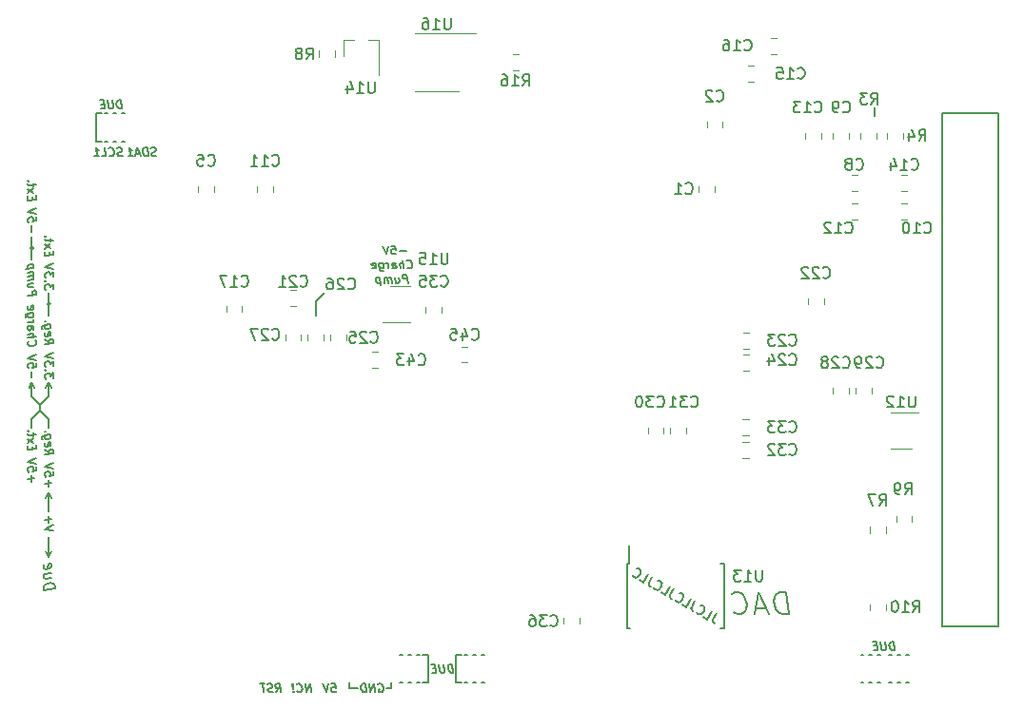
<source format=gbr>
G04 #@! TF.GenerationSoftware,KiCad,Pcbnew,(5.1.2)-1*
G04 #@! TF.CreationDate,2019-07-25T16:12:40-07:00*
G04 #@! TF.ProjectId,FIFO_P,4649464f-5f50-42e6-9b69-6361645f7063,rev?*
G04 #@! TF.SameCoordinates,Original*
G04 #@! TF.FileFunction,Legend,Bot*
G04 #@! TF.FilePolarity,Positive*
%FSLAX46Y46*%
G04 Gerber Fmt 4.6, Leading zero omitted, Abs format (unit mm)*
G04 Created by KiCad (PCBNEW (5.1.2)-1) date 2019-07-25 16:12:40*
%MOMM*%
%LPD*%
G04 APERTURE LIST*
%ADD10C,0.150000*%
%ADD11C,0.250000*%
%ADD12C,0.120000*%
G04 APERTURE END LIST*
D10*
X132382918Y-124059981D02*
X132079347Y-124585782D01*
X132053686Y-124711180D01*
X132083317Y-124821763D01*
X132168239Y-124917531D01*
X132238346Y-124958007D01*
X131256850Y-124391340D02*
X131607384Y-124593721D01*
X132032384Y-123857600D01*
X130631312Y-123936710D02*
X130646127Y-123992001D01*
X130731049Y-124087769D01*
X130801156Y-124128245D01*
X130926554Y-124153906D01*
X131037137Y-124124275D01*
X131112667Y-124074407D01*
X131228673Y-123954431D01*
X131289387Y-123849271D01*
X131335286Y-123688819D01*
X131340709Y-123598474D01*
X131311078Y-123487891D01*
X131226156Y-123392123D01*
X131156049Y-123351647D01*
X131030651Y-123325986D01*
X130975359Y-123340802D01*
X130490034Y-122967123D02*
X130186463Y-123492925D01*
X130160802Y-123618323D01*
X130190433Y-123728906D01*
X130275355Y-123824674D01*
X130345461Y-123865150D01*
X129363966Y-123298483D02*
X129714500Y-123500864D01*
X130139500Y-122764742D01*
X128738427Y-122843852D02*
X128753243Y-122899144D01*
X128838165Y-122994912D01*
X128908272Y-123035388D01*
X129033670Y-123061049D01*
X129144253Y-123031418D01*
X129219783Y-122981549D01*
X129335788Y-122861574D01*
X129396503Y-122756414D01*
X129442402Y-122595962D01*
X129447824Y-122505617D01*
X129418194Y-122395034D01*
X129333272Y-122299266D01*
X129263165Y-122258790D01*
X129137767Y-122233129D01*
X129082475Y-122247944D01*
X128597150Y-121874266D02*
X128293579Y-122400067D01*
X128267918Y-122525466D01*
X128297548Y-122636049D01*
X128382471Y-122731816D01*
X128452577Y-122772293D01*
X127471082Y-122205626D02*
X127821616Y-122408007D01*
X128246616Y-121671885D01*
X126845543Y-121750995D02*
X126860359Y-121806287D01*
X126945281Y-121902055D01*
X127015388Y-121942531D01*
X127140786Y-121968192D01*
X127251369Y-121938561D01*
X127326899Y-121888692D01*
X127442904Y-121768717D01*
X127503619Y-121663556D01*
X127549518Y-121503105D01*
X127554940Y-121412760D01*
X127525310Y-121302177D01*
X127440388Y-121206409D01*
X127370281Y-121165933D01*
X127244882Y-121140272D01*
X127189591Y-121155087D01*
X126704266Y-120781409D02*
X126400695Y-121307210D01*
X126375034Y-121432609D01*
X126404664Y-121543192D01*
X126489586Y-121638959D01*
X126559693Y-121679435D01*
X125578198Y-121112769D02*
X125928732Y-121315150D01*
X126353732Y-120579028D01*
X124952659Y-120658138D02*
X124967475Y-120713430D01*
X125052397Y-120809197D01*
X125122503Y-120849674D01*
X125247902Y-120875334D01*
X125358485Y-120845704D01*
X125434014Y-120795835D01*
X125550020Y-120675860D01*
X125610735Y-120570699D01*
X125656633Y-120410248D01*
X125662056Y-120319903D01*
X125632426Y-120209320D01*
X125547503Y-120113552D01*
X125477397Y-120073076D01*
X125351998Y-120047415D01*
X125296707Y-120062230D01*
X152500000Y-125250000D02*
X152500000Y-79500000D01*
X157500000Y-125250000D02*
X152500000Y-125250000D01*
X157500000Y-79500000D02*
X157500000Y-125250000D01*
X152500000Y-79500000D02*
X157500000Y-79500000D01*
X146500000Y-79000000D02*
X146500000Y-79750000D01*
X96750000Y-96250000D02*
X97500000Y-95500000D01*
X96750000Y-97500000D02*
X96750000Y-96250000D01*
X109006607Y-129339285D02*
X108912857Y-128589285D01*
X108734285Y-128589285D01*
X108631607Y-128625000D01*
X108569107Y-128696428D01*
X108542321Y-128767857D01*
X108524464Y-128910714D01*
X108537857Y-129017857D01*
X108591428Y-129160714D01*
X108636071Y-129232142D01*
X108716428Y-129303571D01*
X108828035Y-129339285D01*
X109006607Y-129339285D01*
X108162857Y-128589285D02*
X108238750Y-129196428D01*
X108211964Y-129267857D01*
X108180714Y-129303571D01*
X108113750Y-129339285D01*
X107970892Y-129339285D01*
X107895000Y-129303571D01*
X107854821Y-129267857D01*
X107810178Y-129196428D01*
X107734285Y-128589285D01*
X107421785Y-128946428D02*
X107171785Y-128946428D01*
X107113750Y-129339285D02*
X107470892Y-129339285D01*
X107377142Y-128589285D01*
X107020000Y-128589285D01*
X146000000Y-127750000D02*
X146250000Y-127750000D01*
X146750000Y-127750000D02*
X147000000Y-127750000D01*
X145250000Y-127750000D02*
X145500000Y-127750000D01*
X148500000Y-127750000D02*
X148750000Y-127750000D01*
X149250000Y-127750000D02*
X149500000Y-127750000D01*
X147750000Y-127750000D02*
X148000000Y-127750000D01*
X148500000Y-130250000D02*
X148750000Y-130250000D01*
X149250000Y-130250000D02*
X149500000Y-130250000D01*
X147750000Y-130250000D02*
X148000000Y-130250000D01*
X146000000Y-130250000D02*
X146250000Y-130250000D01*
X146750000Y-130250000D02*
X147000000Y-130250000D01*
X145250000Y-130250000D02*
X145500000Y-130250000D01*
X110750000Y-130250000D02*
X111000000Y-130250000D01*
X111500000Y-130250000D02*
X111750000Y-130250000D01*
X110000000Y-130250000D02*
X110250000Y-130250000D01*
X110750000Y-127750000D02*
X111000000Y-127750000D01*
X111500000Y-127750000D02*
X111750000Y-127750000D01*
X110000000Y-127750000D02*
X110250000Y-127750000D01*
X105000000Y-130250000D02*
X105250000Y-130250000D01*
X105750000Y-130250000D02*
X106000000Y-130250000D01*
X104250000Y-130250000D02*
X104500000Y-130250000D01*
X105000000Y-127750000D02*
X105250000Y-127750000D01*
X105750000Y-127750000D02*
X106000000Y-127750000D01*
X104250000Y-127750000D02*
X104500000Y-127750000D01*
X79500000Y-79500000D02*
X79750000Y-79500000D01*
X78750000Y-79500000D02*
X79000000Y-79500000D01*
X78000000Y-79500000D02*
X78250000Y-79500000D01*
X79500000Y-82000000D02*
X79750000Y-82000000D01*
X78750000Y-82000000D02*
X79000000Y-82000000D01*
X78000000Y-82000000D02*
X78250000Y-82000000D01*
X77250000Y-82000000D02*
X77750000Y-82000000D01*
X77250000Y-79500000D02*
X77250000Y-82000000D01*
X77250000Y-79500000D02*
X77750000Y-79500000D01*
X109250000Y-130250000D02*
X109750000Y-130250000D01*
X109250000Y-127750000D02*
X109250000Y-130250000D01*
X109250000Y-127750000D02*
X109750000Y-127750000D01*
X106750000Y-130250000D02*
X106250000Y-130250000D01*
X106750000Y-127750000D02*
X106750000Y-130250000D01*
X106250000Y-127750000D02*
X106750000Y-127750000D01*
X103500000Y-130750000D02*
X103500000Y-130250000D01*
X103000000Y-130750000D02*
X103500000Y-130750000D01*
X99750000Y-130750000D02*
X100500000Y-130750000D01*
X99750000Y-130250000D02*
X99750000Y-130750000D01*
X72547619Y-121992842D02*
X73547619Y-121867842D01*
X73547619Y-121629747D01*
X73500000Y-121492842D01*
X73404761Y-121409508D01*
X73309523Y-121373794D01*
X73119047Y-121349985D01*
X72976190Y-121367842D01*
X72785714Y-121439270D01*
X72690476Y-121498794D01*
X72595238Y-121605937D01*
X72547619Y-121754747D01*
X72547619Y-121992842D01*
X73214285Y-120480937D02*
X72547619Y-120564270D01*
X73214285Y-120909508D02*
X72690476Y-120974985D01*
X72595238Y-120939270D01*
X72547619Y-120849985D01*
X72547619Y-120707127D01*
X72595238Y-120605937D01*
X72642857Y-120552366D01*
X72595238Y-119701175D02*
X72547619Y-119802366D01*
X72547619Y-119992842D01*
X72595238Y-120082127D01*
X72690476Y-120117842D01*
X73071428Y-120070223D01*
X73166666Y-120010699D01*
X73214285Y-119909508D01*
X73214285Y-119719032D01*
X73166666Y-119629747D01*
X73071428Y-119594032D01*
X72976190Y-119605937D01*
X72880952Y-120094032D01*
X73000000Y-117250000D02*
X73000000Y-119000000D01*
X73000000Y-119000000D02*
X72750000Y-118500000D01*
X73000000Y-119000000D02*
X73250000Y-118500000D01*
X98127142Y-130339285D02*
X98484285Y-130339285D01*
X98564642Y-130696428D01*
X98524464Y-130660714D01*
X98448571Y-130625000D01*
X98270000Y-130625000D01*
X98203035Y-130660714D01*
X98171785Y-130696428D01*
X98145000Y-130767857D01*
X98167321Y-130946428D01*
X98211964Y-131017857D01*
X98252142Y-131053571D01*
X98328035Y-131089285D01*
X98506607Y-131089285D01*
X98573571Y-131053571D01*
X98604821Y-131017857D01*
X97877142Y-130339285D02*
X97720892Y-131089285D01*
X97377142Y-130339285D01*
X93238750Y-131089285D02*
X93444107Y-130732142D01*
X93667321Y-131089285D02*
X93573571Y-130339285D01*
X93287857Y-130339285D01*
X93220892Y-130375000D01*
X93189642Y-130410714D01*
X93162857Y-130482142D01*
X93176250Y-130589285D01*
X93220892Y-130660714D01*
X93261071Y-130696428D01*
X93336964Y-130732142D01*
X93622678Y-130732142D01*
X92948571Y-131053571D02*
X92845892Y-131089285D01*
X92667321Y-131089285D01*
X92591428Y-131053571D01*
X92551250Y-131017857D01*
X92506607Y-130946428D01*
X92497678Y-130875000D01*
X92524464Y-130803571D01*
X92555714Y-130767857D01*
X92622678Y-130732142D01*
X92761071Y-130696428D01*
X92828035Y-130660714D01*
X92859285Y-130625000D01*
X92886071Y-130553571D01*
X92877142Y-130482142D01*
X92832500Y-130410714D01*
X92792321Y-130375000D01*
X92716428Y-130339285D01*
X92537857Y-130339285D01*
X92435178Y-130375000D01*
X92216428Y-130339285D02*
X91787857Y-130339285D01*
X92095892Y-131089285D02*
X92002142Y-130339285D01*
X96345892Y-131089285D02*
X96252142Y-130339285D01*
X95917321Y-131089285D01*
X95823571Y-130339285D01*
X95122678Y-131017857D02*
X95162857Y-131053571D01*
X95274464Y-131089285D01*
X95345892Y-131089285D01*
X95448571Y-131053571D01*
X95511071Y-130982142D01*
X95537857Y-130910714D01*
X95555714Y-130767857D01*
X95542321Y-130660714D01*
X95488750Y-130517857D01*
X95444107Y-130446428D01*
X95363750Y-130375000D01*
X95252142Y-130339285D01*
X95180714Y-130339285D01*
X95078035Y-130375000D01*
X95046785Y-130410714D01*
X94801250Y-131017857D02*
X94770000Y-131053571D01*
X94810178Y-131089285D01*
X94841428Y-131053571D01*
X94801250Y-131017857D01*
X94810178Y-131089285D01*
X94774464Y-130803571D02*
X94756607Y-130375000D01*
X94716428Y-130339285D01*
X94685178Y-130375000D01*
X94774464Y-130803571D01*
X94716428Y-130339285D01*
X104792321Y-91778571D02*
X104220892Y-91778571D01*
X103448571Y-91314285D02*
X103805714Y-91314285D01*
X103886071Y-91671428D01*
X103845892Y-91635714D01*
X103770000Y-91600000D01*
X103591428Y-91600000D01*
X103524464Y-91635714D01*
X103493214Y-91671428D01*
X103466428Y-91742857D01*
X103488750Y-91921428D01*
X103533392Y-91992857D01*
X103573571Y-92028571D01*
X103649464Y-92064285D01*
X103828035Y-92064285D01*
X103895000Y-92028571D01*
X103926250Y-91992857D01*
X103198571Y-91314285D02*
X103042321Y-92064285D01*
X102698571Y-91314285D01*
X104908392Y-93267857D02*
X104948571Y-93303571D01*
X105060178Y-93339285D01*
X105131607Y-93339285D01*
X105234285Y-93303571D01*
X105296785Y-93232142D01*
X105323571Y-93160714D01*
X105341428Y-93017857D01*
X105328035Y-92910714D01*
X105274464Y-92767857D01*
X105229821Y-92696428D01*
X105149464Y-92625000D01*
X105037857Y-92589285D01*
X104966428Y-92589285D01*
X104863750Y-92625000D01*
X104832500Y-92660714D01*
X104595892Y-93339285D02*
X104502142Y-92589285D01*
X104274464Y-93339285D02*
X104225357Y-92946428D01*
X104252142Y-92875000D01*
X104319107Y-92839285D01*
X104426250Y-92839285D01*
X104502142Y-92875000D01*
X104542321Y-92910714D01*
X103595892Y-93339285D02*
X103546785Y-92946428D01*
X103573571Y-92875000D01*
X103640535Y-92839285D01*
X103783392Y-92839285D01*
X103859285Y-92875000D01*
X103591428Y-93303571D02*
X103667321Y-93339285D01*
X103845892Y-93339285D01*
X103912857Y-93303571D01*
X103939642Y-93232142D01*
X103930714Y-93160714D01*
X103886071Y-93089285D01*
X103810178Y-93053571D01*
X103631607Y-93053571D01*
X103555714Y-93017857D01*
X103238750Y-93339285D02*
X103176250Y-92839285D01*
X103194107Y-92982142D02*
X103149464Y-92910714D01*
X103109285Y-92875000D01*
X103033392Y-92839285D01*
X102961964Y-92839285D01*
X102390535Y-92839285D02*
X102466428Y-93446428D01*
X102511071Y-93517857D01*
X102551250Y-93553571D01*
X102627142Y-93589285D01*
X102734285Y-93589285D01*
X102801250Y-93553571D01*
X102448571Y-93303571D02*
X102524464Y-93339285D01*
X102667321Y-93339285D01*
X102734285Y-93303571D01*
X102765535Y-93267857D01*
X102792321Y-93196428D01*
X102765535Y-92982142D01*
X102720892Y-92910714D01*
X102680714Y-92875000D01*
X102604821Y-92839285D01*
X102461964Y-92839285D01*
X102395000Y-92875000D01*
X101805714Y-93303571D02*
X101881607Y-93339285D01*
X102024464Y-93339285D01*
X102091428Y-93303571D01*
X102118214Y-93232142D01*
X102082500Y-92946428D01*
X102037857Y-92875000D01*
X101961964Y-92839285D01*
X101819107Y-92839285D01*
X101752142Y-92875000D01*
X101725357Y-92946428D01*
X101734285Y-93017857D01*
X102100357Y-93089285D01*
X104953035Y-94614285D02*
X104859285Y-93864285D01*
X104573571Y-93864285D01*
X104506607Y-93900000D01*
X104475357Y-93935714D01*
X104448571Y-94007142D01*
X104461964Y-94114285D01*
X104506607Y-94185714D01*
X104546785Y-94221428D01*
X104622678Y-94257142D01*
X104908392Y-94257142D01*
X103819107Y-94114285D02*
X103881607Y-94614285D01*
X104140535Y-94114285D02*
X104189642Y-94507142D01*
X104162857Y-94578571D01*
X104095892Y-94614285D01*
X103988750Y-94614285D01*
X103912857Y-94578571D01*
X103872678Y-94542857D01*
X103524464Y-94614285D02*
X103461964Y-94114285D01*
X103470892Y-94185714D02*
X103430714Y-94150000D01*
X103354821Y-94114285D01*
X103247678Y-94114285D01*
X103180714Y-94150000D01*
X103153928Y-94221428D01*
X103203035Y-94614285D01*
X103153928Y-94221428D02*
X103109285Y-94150000D01*
X103033392Y-94114285D01*
X102926250Y-94114285D01*
X102859285Y-94150000D01*
X102832500Y-94221428D01*
X102881607Y-94614285D01*
X102461964Y-94114285D02*
X102555714Y-94864285D01*
X102466428Y-94150000D02*
X102390535Y-94114285D01*
X102247678Y-94114285D01*
X102180714Y-94150000D01*
X102149464Y-94185714D01*
X102122678Y-94257142D01*
X102149464Y-94471428D01*
X102194107Y-94542857D01*
X102234285Y-94578571D01*
X102310178Y-94614285D01*
X102453035Y-94614285D01*
X102520000Y-94578571D01*
X148256607Y-127339285D02*
X148162857Y-126589285D01*
X147984285Y-126589285D01*
X147881607Y-126625000D01*
X147819107Y-126696428D01*
X147792321Y-126767857D01*
X147774464Y-126910714D01*
X147787857Y-127017857D01*
X147841428Y-127160714D01*
X147886071Y-127232142D01*
X147966428Y-127303571D01*
X148078035Y-127339285D01*
X148256607Y-127339285D01*
X147412857Y-126589285D02*
X147488750Y-127196428D01*
X147461964Y-127267857D01*
X147430714Y-127303571D01*
X147363750Y-127339285D01*
X147220892Y-127339285D01*
X147145000Y-127303571D01*
X147104821Y-127267857D01*
X147060178Y-127196428D01*
X146984285Y-126589285D01*
X146671785Y-126946428D02*
X146421785Y-126946428D01*
X146363750Y-127339285D02*
X146720892Y-127339285D01*
X146627142Y-126589285D01*
X146270000Y-126589285D01*
X79506607Y-79089285D02*
X79412857Y-78339285D01*
X79234285Y-78339285D01*
X79131607Y-78375000D01*
X79069107Y-78446428D01*
X79042321Y-78517857D01*
X79024464Y-78660714D01*
X79037857Y-78767857D01*
X79091428Y-78910714D01*
X79136071Y-78982142D01*
X79216428Y-79053571D01*
X79328035Y-79089285D01*
X79506607Y-79089285D01*
X78662857Y-78339285D02*
X78738750Y-78946428D01*
X78711964Y-79017857D01*
X78680714Y-79053571D01*
X78613750Y-79089285D01*
X78470892Y-79089285D01*
X78395000Y-79053571D01*
X78354821Y-79017857D01*
X78310178Y-78946428D01*
X78234285Y-78339285D01*
X77921785Y-78696428D02*
X77671785Y-78696428D01*
X77613750Y-79089285D02*
X77970892Y-79089285D01*
X77877142Y-78339285D01*
X77520000Y-78339285D01*
X102310178Y-130375000D02*
X102377142Y-130339285D01*
X102484285Y-130339285D01*
X102595892Y-130375000D01*
X102676250Y-130446428D01*
X102720892Y-130517857D01*
X102774464Y-130660714D01*
X102787857Y-130767857D01*
X102770000Y-130910714D01*
X102743214Y-130982142D01*
X102680714Y-131053571D01*
X102578035Y-131089285D01*
X102506607Y-131089285D01*
X102395000Y-131053571D01*
X102354821Y-131017857D01*
X102323571Y-130767857D01*
X102466428Y-130767857D01*
X102042321Y-131089285D02*
X101948571Y-130339285D01*
X101613750Y-131089285D01*
X101520000Y-130339285D01*
X101256607Y-131089285D02*
X101162857Y-130339285D01*
X100984285Y-130339285D01*
X100881607Y-130375000D01*
X100819107Y-130446428D01*
X100792321Y-130517857D01*
X100774464Y-130660714D01*
X100787857Y-130767857D01*
X100841428Y-130910714D01*
X100886071Y-130982142D01*
X100966428Y-131053571D01*
X101078035Y-131089285D01*
X101256607Y-131089285D01*
X82591428Y-83303571D02*
X82488750Y-83339285D01*
X82310178Y-83339285D01*
X82234285Y-83303571D01*
X82194107Y-83267857D01*
X82149464Y-83196428D01*
X82140535Y-83125000D01*
X82167321Y-83053571D01*
X82198571Y-83017857D01*
X82265535Y-82982142D01*
X82403928Y-82946428D01*
X82470892Y-82910714D01*
X82502142Y-82875000D01*
X82528928Y-82803571D01*
X82520000Y-82732142D01*
X82475357Y-82660714D01*
X82435178Y-82625000D01*
X82359285Y-82589285D01*
X82180714Y-82589285D01*
X82078035Y-82625000D01*
X81845892Y-83339285D02*
X81752142Y-82589285D01*
X81573571Y-82589285D01*
X81470892Y-82625000D01*
X81408392Y-82696428D01*
X81381607Y-82767857D01*
X81363750Y-82910714D01*
X81377142Y-83017857D01*
X81430714Y-83160714D01*
X81475357Y-83232142D01*
X81555714Y-83303571D01*
X81667321Y-83339285D01*
X81845892Y-83339285D01*
X81104821Y-83125000D02*
X80747678Y-83125000D01*
X81203035Y-83339285D02*
X80859285Y-82589285D01*
X80703035Y-83339285D01*
X80060178Y-83339285D02*
X80488750Y-83339285D01*
X80274464Y-83339285D02*
X80180714Y-82589285D01*
X80265535Y-82696428D01*
X80345892Y-82767857D01*
X80421785Y-82803571D01*
X79573571Y-83303571D02*
X79470892Y-83339285D01*
X79292321Y-83339285D01*
X79216428Y-83303571D01*
X79176250Y-83267857D01*
X79131607Y-83196428D01*
X79122678Y-83125000D01*
X79149464Y-83053571D01*
X79180714Y-83017857D01*
X79247678Y-82982142D01*
X79386071Y-82946428D01*
X79453035Y-82910714D01*
X79484285Y-82875000D01*
X79511071Y-82803571D01*
X79502142Y-82732142D01*
X79457500Y-82660714D01*
X79417321Y-82625000D01*
X79341428Y-82589285D01*
X79162857Y-82589285D01*
X79060178Y-82625000D01*
X78390535Y-83267857D02*
X78430714Y-83303571D01*
X78542321Y-83339285D01*
X78613750Y-83339285D01*
X78716428Y-83303571D01*
X78778928Y-83232142D01*
X78805714Y-83160714D01*
X78823571Y-83017857D01*
X78810178Y-82910714D01*
X78756607Y-82767857D01*
X78711964Y-82696428D01*
X78631607Y-82625000D01*
X78520000Y-82589285D01*
X78448571Y-82589285D01*
X78345892Y-82625000D01*
X78314642Y-82660714D01*
X77720892Y-83339285D02*
X78078035Y-83339285D01*
X77984285Y-82589285D01*
X77078035Y-83339285D02*
X77506607Y-83339285D01*
X77292321Y-83339285D02*
X77198571Y-82589285D01*
X77283392Y-82696428D01*
X77363750Y-82767857D01*
X77439642Y-82803571D01*
D11*
X71600000Y-91500000D02*
G75*
G03X71600000Y-91500000I-100000J0D01*
G01*
X73100000Y-96500000D02*
G75*
G03X73100000Y-96500000I-100000J0D01*
G01*
D10*
X71446428Y-90078035D02*
X71446428Y-89506607D01*
X71910714Y-88734285D02*
X71910714Y-89091428D01*
X71553571Y-89171785D01*
X71589285Y-89131607D01*
X71625000Y-89055714D01*
X71625000Y-88877142D01*
X71589285Y-88810178D01*
X71553571Y-88778928D01*
X71482142Y-88752142D01*
X71303571Y-88774464D01*
X71232142Y-88819107D01*
X71196428Y-88859285D01*
X71160714Y-88935178D01*
X71160714Y-89113750D01*
X71196428Y-89180714D01*
X71232142Y-89211964D01*
X71910714Y-88484285D02*
X71160714Y-88328035D01*
X71910714Y-87984285D01*
X71553571Y-87207500D02*
X71553571Y-86957500D01*
X71160714Y-86899464D02*
X71160714Y-87256607D01*
X71910714Y-87162857D01*
X71910714Y-86805714D01*
X71160714Y-86649464D02*
X71660714Y-86194107D01*
X71660714Y-86586964D02*
X71160714Y-86256607D01*
X71660714Y-86015535D02*
X71660714Y-85729821D01*
X71910714Y-85877142D02*
X71267857Y-85957500D01*
X71196428Y-85930714D01*
X71160714Y-85863750D01*
X71160714Y-85792321D01*
X71232142Y-85533392D02*
X71196428Y-85502142D01*
X71160714Y-85542321D01*
X71196428Y-85573571D01*
X71232142Y-85533392D01*
X71160714Y-85542321D01*
X73410714Y-95162857D02*
X73410714Y-94698571D01*
X73125000Y-94984285D01*
X73125000Y-94877142D01*
X73089285Y-94810178D01*
X73053571Y-94778928D01*
X72982142Y-94752142D01*
X72803571Y-94774464D01*
X72732142Y-94819107D01*
X72696428Y-94859285D01*
X72660714Y-94935178D01*
X72660714Y-95149464D01*
X72696428Y-95216428D01*
X72732142Y-95247678D01*
X72732142Y-94461964D02*
X72696428Y-94430714D01*
X72660714Y-94470892D01*
X72696428Y-94502142D01*
X72732142Y-94461964D01*
X72660714Y-94470892D01*
X73410714Y-94091428D02*
X73410714Y-93627142D01*
X73125000Y-93912857D01*
X73125000Y-93805714D01*
X73089285Y-93738750D01*
X73053571Y-93707500D01*
X72982142Y-93680714D01*
X72803571Y-93703035D01*
X72732142Y-93747678D01*
X72696428Y-93787857D01*
X72660714Y-93863750D01*
X72660714Y-94078035D01*
X72696428Y-94145000D01*
X72732142Y-94176250D01*
X73410714Y-93412857D02*
X72660714Y-93256607D01*
X73410714Y-92912857D01*
X73053571Y-92136071D02*
X73053571Y-91886071D01*
X72660714Y-91828035D02*
X72660714Y-92185178D01*
X73410714Y-92091428D01*
X73410714Y-91734285D01*
X72660714Y-91578035D02*
X73160714Y-91122678D01*
X73160714Y-91515535D02*
X72660714Y-91185178D01*
X73160714Y-90944107D02*
X73160714Y-90658392D01*
X73410714Y-90805714D02*
X72767857Y-90886071D01*
X72696428Y-90859285D01*
X72660714Y-90792321D01*
X72660714Y-90720892D01*
X72732142Y-90461964D02*
X72696428Y-90430714D01*
X72660714Y-90470892D01*
X72696428Y-90502142D01*
X72732142Y-90461964D01*
X72660714Y-90470892D01*
X73000000Y-97500000D02*
X73000000Y-95500000D01*
X71500000Y-92500000D02*
X71500000Y-90500000D01*
X73000000Y-106750000D02*
X72250000Y-106000000D01*
X73000000Y-107500000D02*
X73000000Y-106750000D01*
X71500000Y-106750000D02*
X72250000Y-106000000D01*
X71500000Y-107500000D02*
X71500000Y-106750000D01*
X71446428Y-112328035D02*
X71446428Y-111756607D01*
X71160714Y-112078035D02*
X71732142Y-112006607D01*
X71910714Y-110984285D02*
X71910714Y-111341428D01*
X71553571Y-111421785D01*
X71589285Y-111381607D01*
X71625000Y-111305714D01*
X71625000Y-111127142D01*
X71589285Y-111060178D01*
X71553571Y-111028928D01*
X71482142Y-111002142D01*
X71303571Y-111024464D01*
X71232142Y-111069107D01*
X71196428Y-111109285D01*
X71160714Y-111185178D01*
X71160714Y-111363750D01*
X71196428Y-111430714D01*
X71232142Y-111461964D01*
X71910714Y-110734285D02*
X71160714Y-110578035D01*
X71910714Y-110234285D01*
X71553571Y-109457500D02*
X71553571Y-109207500D01*
X71160714Y-109149464D02*
X71160714Y-109506607D01*
X71910714Y-109412857D01*
X71910714Y-109055714D01*
X71160714Y-108899464D02*
X71660714Y-108444107D01*
X71660714Y-108836964D02*
X71160714Y-108506607D01*
X71660714Y-108265535D02*
X71660714Y-107979821D01*
X71910714Y-108127142D02*
X71267857Y-108207500D01*
X71196428Y-108180714D01*
X71160714Y-108113750D01*
X71160714Y-108042321D01*
X71232142Y-107783392D02*
X71196428Y-107752142D01*
X71160714Y-107792321D01*
X71196428Y-107823571D01*
X71232142Y-107783392D01*
X71160714Y-107792321D01*
X72250000Y-105500000D02*
X72250000Y-106000000D01*
X71500000Y-103500000D02*
X71250000Y-104000000D01*
X71500000Y-103500000D02*
X71750000Y-104000000D01*
X71500000Y-104750000D02*
X71500000Y-103500000D01*
X72250000Y-105500000D02*
X71500000Y-104750000D01*
X73000000Y-103500000D02*
X72750000Y-104000000D01*
X73000000Y-103500000D02*
X73250000Y-104000000D01*
X73000000Y-104750000D02*
X73000000Y-103500000D01*
X72250000Y-105500000D02*
X73000000Y-104750000D01*
X73410714Y-103091428D02*
X73410714Y-102627142D01*
X73125000Y-102912857D01*
X73125000Y-102805714D01*
X73089285Y-102738750D01*
X73053571Y-102707500D01*
X72982142Y-102680714D01*
X72803571Y-102703035D01*
X72732142Y-102747678D01*
X72696428Y-102787857D01*
X72660714Y-102863750D01*
X72660714Y-103078035D01*
X72696428Y-103145000D01*
X72732142Y-103176250D01*
X72732142Y-102390535D02*
X72696428Y-102359285D01*
X72660714Y-102399464D01*
X72696428Y-102430714D01*
X72732142Y-102390535D01*
X72660714Y-102399464D01*
X73410714Y-102020000D02*
X73410714Y-101555714D01*
X73125000Y-101841428D01*
X73125000Y-101734285D01*
X73089285Y-101667321D01*
X73053571Y-101636071D01*
X72982142Y-101609285D01*
X72803571Y-101631607D01*
X72732142Y-101676250D01*
X72696428Y-101716428D01*
X72660714Y-101792321D01*
X72660714Y-102006607D01*
X72696428Y-102073571D01*
X72732142Y-102104821D01*
X73410714Y-101341428D02*
X72660714Y-101185178D01*
X73410714Y-100841428D01*
X72660714Y-99685178D02*
X73017857Y-99890535D01*
X72660714Y-100113750D02*
X73410714Y-100020000D01*
X73410714Y-99734285D01*
X73375000Y-99667321D01*
X73339285Y-99636071D01*
X73267857Y-99609285D01*
X73160714Y-99622678D01*
X73089285Y-99667321D01*
X73053571Y-99707500D01*
X73017857Y-99783392D01*
X73017857Y-100069107D01*
X72696428Y-99073571D02*
X72660714Y-99149464D01*
X72660714Y-99292321D01*
X72696428Y-99359285D01*
X72767857Y-99386071D01*
X73053571Y-99350357D01*
X73125000Y-99305714D01*
X73160714Y-99229821D01*
X73160714Y-99086964D01*
X73125000Y-99020000D01*
X73053571Y-98993214D01*
X72982142Y-99002142D01*
X72910714Y-99368214D01*
X73160714Y-98336964D02*
X72553571Y-98412857D01*
X72482142Y-98457500D01*
X72446428Y-98497678D01*
X72410714Y-98573571D01*
X72410714Y-98680714D01*
X72446428Y-98747678D01*
X72696428Y-98395000D02*
X72660714Y-98470892D01*
X72660714Y-98613750D01*
X72696428Y-98680714D01*
X72732142Y-98711964D01*
X72803571Y-98738750D01*
X73017857Y-98711964D01*
X73089285Y-98667321D01*
X73125000Y-98627142D01*
X73160714Y-98551250D01*
X73160714Y-98408392D01*
X73125000Y-98341428D01*
X72732142Y-98033392D02*
X72696428Y-98002142D01*
X72660714Y-98042321D01*
X72696428Y-98073571D01*
X72732142Y-98033392D01*
X72660714Y-98042321D01*
X71446428Y-103078035D02*
X71446428Y-102506607D01*
X71910714Y-101734285D02*
X71910714Y-102091428D01*
X71553571Y-102171785D01*
X71589285Y-102131607D01*
X71625000Y-102055714D01*
X71625000Y-101877142D01*
X71589285Y-101810178D01*
X71553571Y-101778928D01*
X71482142Y-101752142D01*
X71303571Y-101774464D01*
X71232142Y-101819107D01*
X71196428Y-101859285D01*
X71160714Y-101935178D01*
X71160714Y-102113750D01*
X71196428Y-102180714D01*
X71232142Y-102211964D01*
X71910714Y-101484285D02*
X71160714Y-101328035D01*
X71910714Y-100984285D01*
X71232142Y-99819107D02*
X71196428Y-99859285D01*
X71160714Y-99970892D01*
X71160714Y-100042321D01*
X71196428Y-100145000D01*
X71267857Y-100207500D01*
X71339285Y-100234285D01*
X71482142Y-100252142D01*
X71589285Y-100238750D01*
X71732142Y-100185178D01*
X71803571Y-100140535D01*
X71875000Y-100060178D01*
X71910714Y-99948571D01*
X71910714Y-99877142D01*
X71875000Y-99774464D01*
X71839285Y-99743214D01*
X71160714Y-99506607D02*
X71910714Y-99412857D01*
X71160714Y-99185178D02*
X71553571Y-99136071D01*
X71625000Y-99162857D01*
X71660714Y-99229821D01*
X71660714Y-99336964D01*
X71625000Y-99412857D01*
X71589285Y-99453035D01*
X71160714Y-98506607D02*
X71553571Y-98457500D01*
X71625000Y-98484285D01*
X71660714Y-98551250D01*
X71660714Y-98694107D01*
X71625000Y-98770000D01*
X71196428Y-98502142D02*
X71160714Y-98578035D01*
X71160714Y-98756607D01*
X71196428Y-98823571D01*
X71267857Y-98850357D01*
X71339285Y-98841428D01*
X71410714Y-98796785D01*
X71446428Y-98720892D01*
X71446428Y-98542321D01*
X71482142Y-98466428D01*
X71160714Y-98149464D02*
X71660714Y-98086964D01*
X71517857Y-98104821D02*
X71589285Y-98060178D01*
X71625000Y-98020000D01*
X71660714Y-97944107D01*
X71660714Y-97872678D01*
X71660714Y-97301250D02*
X71053571Y-97377142D01*
X70982142Y-97421785D01*
X70946428Y-97461964D01*
X70910714Y-97537857D01*
X70910714Y-97645000D01*
X70946428Y-97711964D01*
X71196428Y-97359285D02*
X71160714Y-97435178D01*
X71160714Y-97578035D01*
X71196428Y-97645000D01*
X71232142Y-97676250D01*
X71303571Y-97703035D01*
X71517857Y-97676250D01*
X71589285Y-97631607D01*
X71625000Y-97591428D01*
X71660714Y-97515535D01*
X71660714Y-97372678D01*
X71625000Y-97305714D01*
X71196428Y-96716428D02*
X71160714Y-96792321D01*
X71160714Y-96935178D01*
X71196428Y-97002142D01*
X71267857Y-97028928D01*
X71553571Y-96993214D01*
X71625000Y-96948571D01*
X71660714Y-96872678D01*
X71660714Y-96729821D01*
X71625000Y-96662857D01*
X71553571Y-96636071D01*
X71482142Y-96645000D01*
X71410714Y-97011071D01*
X71160714Y-95792321D02*
X71910714Y-95698571D01*
X71910714Y-95412857D01*
X71875000Y-95345892D01*
X71839285Y-95314642D01*
X71767857Y-95287857D01*
X71660714Y-95301250D01*
X71589285Y-95345892D01*
X71553571Y-95386071D01*
X71517857Y-95461964D01*
X71517857Y-95747678D01*
X71660714Y-94658392D02*
X71160714Y-94720892D01*
X71660714Y-94979821D02*
X71267857Y-95028928D01*
X71196428Y-95002142D01*
X71160714Y-94935178D01*
X71160714Y-94828035D01*
X71196428Y-94752142D01*
X71232142Y-94711964D01*
X71160714Y-94363750D02*
X71660714Y-94301250D01*
X71589285Y-94310178D02*
X71625000Y-94270000D01*
X71660714Y-94194107D01*
X71660714Y-94086964D01*
X71625000Y-94020000D01*
X71553571Y-93993214D01*
X71160714Y-94042321D01*
X71553571Y-93993214D02*
X71625000Y-93948571D01*
X71660714Y-93872678D01*
X71660714Y-93765535D01*
X71625000Y-93698571D01*
X71553571Y-93671785D01*
X71160714Y-93720892D01*
X71660714Y-93301250D02*
X70910714Y-93395000D01*
X71625000Y-93305714D02*
X71660714Y-93229821D01*
X71660714Y-93086964D01*
X71625000Y-93020000D01*
X71589285Y-92988750D01*
X71517857Y-92961964D01*
X71303571Y-92988750D01*
X71232142Y-93033392D01*
X71196428Y-93073571D01*
X71160714Y-93149464D01*
X71160714Y-93292321D01*
X71196428Y-93359285D01*
X72946428Y-112756607D02*
X72946428Y-112185178D01*
X72660714Y-112506607D02*
X73232142Y-112435178D01*
X73410714Y-111412857D02*
X73410714Y-111770000D01*
X73053571Y-111850357D01*
X73089285Y-111810178D01*
X73125000Y-111734285D01*
X73125000Y-111555714D01*
X73089285Y-111488750D01*
X73053571Y-111457500D01*
X72982142Y-111430714D01*
X72803571Y-111453035D01*
X72732142Y-111497678D01*
X72696428Y-111537857D01*
X72660714Y-111613750D01*
X72660714Y-111792321D01*
X72696428Y-111859285D01*
X72732142Y-111890535D01*
X73410714Y-111162857D02*
X72660714Y-111006607D01*
X73410714Y-110662857D01*
X72660714Y-109506607D02*
X73017857Y-109711964D01*
X72660714Y-109935178D02*
X73410714Y-109841428D01*
X73410714Y-109555714D01*
X73375000Y-109488750D01*
X73339285Y-109457500D01*
X73267857Y-109430714D01*
X73160714Y-109444107D01*
X73089285Y-109488750D01*
X73053571Y-109528928D01*
X73017857Y-109604821D01*
X73017857Y-109890535D01*
X72696428Y-108895000D02*
X72660714Y-108970892D01*
X72660714Y-109113750D01*
X72696428Y-109180714D01*
X72767857Y-109207500D01*
X73053571Y-109171785D01*
X73125000Y-109127142D01*
X73160714Y-109051250D01*
X73160714Y-108908392D01*
X73125000Y-108841428D01*
X73053571Y-108814642D01*
X72982142Y-108823571D01*
X72910714Y-109189642D01*
X73160714Y-108158392D02*
X72553571Y-108234285D01*
X72482142Y-108278928D01*
X72446428Y-108319107D01*
X72410714Y-108395000D01*
X72410714Y-108502142D01*
X72446428Y-108569107D01*
X72696428Y-108216428D02*
X72660714Y-108292321D01*
X72660714Y-108435178D01*
X72696428Y-108502142D01*
X72732142Y-108533392D01*
X72803571Y-108560178D01*
X73017857Y-108533392D01*
X73089285Y-108488750D01*
X73125000Y-108448571D01*
X73160714Y-108372678D01*
X73160714Y-108229821D01*
X73125000Y-108162857D01*
X72732142Y-107854821D02*
X72696428Y-107823571D01*
X72660714Y-107863750D01*
X72696428Y-107895000D01*
X72732142Y-107854821D01*
X72660714Y-107863750D01*
X73000000Y-113250000D02*
X72750000Y-113750000D01*
X73000000Y-113250000D02*
X73250000Y-113750000D01*
X73000000Y-115000000D02*
X73000000Y-113250000D01*
X73410714Y-116698571D02*
X72660714Y-116542321D01*
X73410714Y-116198571D01*
X72946428Y-116006607D02*
X72946428Y-115435178D01*
X72660714Y-115756607D02*
X73232142Y-115685178D01*
X138818735Y-124154761D02*
X138568735Y-122154761D01*
X138092544Y-122154761D01*
X137818735Y-122250000D01*
X137652068Y-122440476D01*
X137580639Y-122630952D01*
X137533020Y-123011904D01*
X137568735Y-123297619D01*
X137711592Y-123678571D01*
X137830639Y-123869047D01*
X138044925Y-124059523D01*
X138342544Y-124154761D01*
X138818735Y-124154761D01*
X136842544Y-123583333D02*
X135890163Y-123583333D01*
X137104449Y-124154761D02*
X136187782Y-122154761D01*
X135771116Y-124154761D01*
X133937782Y-123964285D02*
X134044925Y-124059523D01*
X134342544Y-124154761D01*
X134533020Y-124154761D01*
X134806830Y-124059523D01*
X134973497Y-123869047D01*
X135044925Y-123678571D01*
X135092544Y-123297619D01*
X135056830Y-123011904D01*
X134913973Y-122630952D01*
X134794925Y-122440476D01*
X134580639Y-122250000D01*
X134283020Y-122154761D01*
X134092544Y-122154761D01*
X133818735Y-122250000D01*
X133735401Y-122345238D01*
D12*
X131540000Y-80761252D02*
X131540000Y-80238748D01*
X132960000Y-80761252D02*
X132960000Y-80238748D01*
X140540000Y-96511252D02*
X140540000Y-95988748D01*
X141960000Y-96511252D02*
X141960000Y-95988748D01*
X147950000Y-106190000D02*
X150400000Y-106190000D01*
X149750000Y-109410000D02*
X147950000Y-109410000D01*
X149810000Y-115413748D02*
X149810000Y-115936252D01*
X148390000Y-115413748D02*
X148390000Y-115936252D01*
X147460000Y-123786252D02*
X147460000Y-123263748D01*
X146040000Y-123786252D02*
X146040000Y-123263748D01*
X147460000Y-116363748D02*
X147460000Y-116886252D01*
X146040000Y-116363748D02*
X146040000Y-116886252D01*
X137263748Y-72790000D02*
X137786252Y-72790000D01*
X137263748Y-74210000D02*
X137786252Y-74210000D01*
X135213748Y-75290000D02*
X135736252Y-75290000D01*
X135213748Y-76710000D02*
X135736252Y-76710000D01*
X99190889Y-72955254D02*
X100120889Y-72955254D01*
X102350889Y-72955254D02*
X101420889Y-72955254D01*
X102350889Y-72955254D02*
X102350889Y-76115254D01*
X99190889Y-72955254D02*
X99190889Y-74415254D01*
X107520889Y-77525254D02*
X105570889Y-77525254D01*
X107520889Y-77525254D02*
X109470889Y-77525254D01*
X107520889Y-72405254D02*
X105570889Y-72405254D01*
X107520889Y-72405254D02*
X110970889Y-72405254D01*
X114259637Y-75675254D02*
X114782141Y-75675254D01*
X114259637Y-74255254D02*
X114782141Y-74255254D01*
X98480889Y-74476506D02*
X98480889Y-73954002D01*
X97060889Y-74476506D02*
X97060889Y-73954002D01*
X147590000Y-81761252D02*
X147590000Y-81238748D01*
X149010000Y-81761252D02*
X149010000Y-81238748D01*
X145190000Y-81761251D02*
X145190000Y-81238747D01*
X146610000Y-81761251D02*
X146610000Y-81238747D01*
X109738748Y-100290000D02*
X110261252Y-100290000D01*
X109738748Y-101710000D02*
X110261252Y-101710000D01*
X140290000Y-81761252D02*
X140290000Y-81238748D01*
X141710000Y-81761252D02*
X141710000Y-81238748D01*
X142790000Y-81761252D02*
X142790000Y-81238748D01*
X144210000Y-81761252D02*
X144210000Y-81238748D01*
X105150000Y-98110000D02*
X102700000Y-98110000D01*
X103350000Y-94890000D02*
X105150000Y-94890000D01*
X102286252Y-102210000D02*
X101763748Y-102210000D01*
X102286252Y-100790000D02*
X101763748Y-100790000D01*
X106540000Y-97286252D02*
X106540000Y-96763748D01*
X107960000Y-97286252D02*
X107960000Y-96763748D01*
X94040000Y-99761252D02*
X94040000Y-99238748D01*
X95460000Y-99761252D02*
X95460000Y-99238748D01*
X96040000Y-99761252D02*
X96040000Y-99238748D01*
X97460000Y-99761252D02*
X97460000Y-99238748D01*
X98040000Y-99761252D02*
X98040000Y-99238748D01*
X99460000Y-99761252D02*
X99460000Y-99238748D01*
X94488748Y-95290000D02*
X95011252Y-95290000D01*
X94488748Y-96710000D02*
X95011252Y-96710000D01*
X90210000Y-96713748D02*
X90210000Y-97236252D01*
X88790000Y-96713748D02*
X88790000Y-97236252D01*
X92960000Y-85988748D02*
X92960000Y-86511252D01*
X91540000Y-85988748D02*
X91540000Y-86511252D01*
X87710000Y-86013748D02*
X87710000Y-86536252D01*
X86290000Y-86013748D02*
X86290000Y-86536252D01*
D10*
X124650000Y-119625000D02*
X124650000Y-118025000D01*
X133075000Y-119625000D02*
X133075000Y-125375000D01*
X124425000Y-119625000D02*
X124425000Y-125375000D01*
X133075000Y-119625000D02*
X132775000Y-119625000D01*
X133075000Y-125375000D02*
X132775000Y-125375000D01*
X124425000Y-125375000D02*
X124725000Y-125375000D01*
X124425000Y-119625000D02*
X124650000Y-119625000D01*
D12*
X120210000Y-124463748D02*
X120210000Y-124986252D01*
X118790000Y-124463748D02*
X118790000Y-124986252D01*
X135261252Y-108210000D02*
X134738748Y-108210000D01*
X135261252Y-106790000D02*
X134738748Y-106790000D01*
X135261252Y-110210000D02*
X134738748Y-110210000D01*
X135261252Y-108790000D02*
X134738748Y-108790000D01*
X128290000Y-108011252D02*
X128290000Y-107488748D01*
X129710000Y-108011252D02*
X129710000Y-107488748D01*
X126290000Y-108011252D02*
X126290000Y-107488748D01*
X127710000Y-108011252D02*
X127710000Y-107488748D01*
X144790000Y-104511252D02*
X144790000Y-103988748D01*
X146210000Y-104511252D02*
X146210000Y-103988748D01*
X142790000Y-104511252D02*
X142790000Y-103988748D01*
X144210000Y-104511252D02*
X144210000Y-103988748D01*
X135286252Y-102460000D02*
X134763748Y-102460000D01*
X135286252Y-101040000D02*
X134763748Y-101040000D01*
X135286252Y-100460000D02*
X134763748Y-100460000D01*
X135286252Y-99040000D02*
X134763748Y-99040000D01*
X149361252Y-86460000D02*
X148838748Y-86460000D01*
X149361252Y-85040000D02*
X148838748Y-85040000D01*
X144936252Y-88960000D02*
X144413748Y-88960000D01*
X144936252Y-87540000D02*
X144413748Y-87540000D01*
X149361252Y-88960000D02*
X148838748Y-88960000D01*
X149361252Y-87540000D02*
X148838748Y-87540000D01*
X144936252Y-86460000D02*
X144413748Y-86460000D01*
X144936252Y-85040000D02*
X144413748Y-85040000D01*
X132210000Y-86013748D02*
X132210000Y-86536252D01*
X130790000Y-86013748D02*
X130790000Y-86536252D01*
D10*
X132416666Y-78357142D02*
X132464285Y-78404761D01*
X132607142Y-78452380D01*
X132702380Y-78452380D01*
X132845238Y-78404761D01*
X132940476Y-78309523D01*
X132988095Y-78214285D01*
X133035714Y-78023809D01*
X133035714Y-77880952D01*
X132988095Y-77690476D01*
X132940476Y-77595238D01*
X132845238Y-77500000D01*
X132702380Y-77452380D01*
X132607142Y-77452380D01*
X132464285Y-77500000D01*
X132416666Y-77547619D01*
X132035714Y-77547619D02*
X131988095Y-77500000D01*
X131892857Y-77452380D01*
X131654761Y-77452380D01*
X131559523Y-77500000D01*
X131511904Y-77547619D01*
X131464285Y-77642857D01*
X131464285Y-77738095D01*
X131511904Y-77880952D01*
X132083333Y-78452380D01*
X131464285Y-78452380D01*
X141892857Y-94107142D02*
X141940476Y-94154761D01*
X142083333Y-94202380D01*
X142178571Y-94202380D01*
X142321428Y-94154761D01*
X142416666Y-94059523D01*
X142464285Y-93964285D01*
X142511904Y-93773809D01*
X142511904Y-93630952D01*
X142464285Y-93440476D01*
X142416666Y-93345238D01*
X142321428Y-93250000D01*
X142178571Y-93202380D01*
X142083333Y-93202380D01*
X141940476Y-93250000D01*
X141892857Y-93297619D01*
X141511904Y-93297619D02*
X141464285Y-93250000D01*
X141369047Y-93202380D01*
X141130952Y-93202380D01*
X141035714Y-93250000D01*
X140988095Y-93297619D01*
X140940476Y-93392857D01*
X140940476Y-93488095D01*
X140988095Y-93630952D01*
X141559523Y-94202380D01*
X140940476Y-94202380D01*
X140559523Y-93297619D02*
X140511904Y-93250000D01*
X140416666Y-93202380D01*
X140178571Y-93202380D01*
X140083333Y-93250000D01*
X140035714Y-93297619D01*
X139988095Y-93392857D01*
X139988095Y-93488095D01*
X140035714Y-93630952D01*
X140607142Y-94202380D01*
X139988095Y-94202380D01*
X150088095Y-104702380D02*
X150088095Y-105511904D01*
X150040476Y-105607142D01*
X149992857Y-105654761D01*
X149897619Y-105702380D01*
X149707142Y-105702380D01*
X149611904Y-105654761D01*
X149564285Y-105607142D01*
X149516666Y-105511904D01*
X149516666Y-104702380D01*
X148516666Y-105702380D02*
X149088095Y-105702380D01*
X148802380Y-105702380D02*
X148802380Y-104702380D01*
X148897619Y-104845238D01*
X148992857Y-104940476D01*
X149088095Y-104988095D01*
X148135714Y-104797619D02*
X148088095Y-104750000D01*
X147992857Y-104702380D01*
X147754761Y-104702380D01*
X147659523Y-104750000D01*
X147611904Y-104797619D01*
X147564285Y-104892857D01*
X147564285Y-104988095D01*
X147611904Y-105130952D01*
X148183333Y-105702380D01*
X147564285Y-105702380D01*
X149166666Y-113452380D02*
X149500000Y-112976190D01*
X149738095Y-113452380D02*
X149738095Y-112452380D01*
X149357142Y-112452380D01*
X149261904Y-112500000D01*
X149214285Y-112547619D01*
X149166666Y-112642857D01*
X149166666Y-112785714D01*
X149214285Y-112880952D01*
X149261904Y-112928571D01*
X149357142Y-112976190D01*
X149738095Y-112976190D01*
X148690476Y-113452380D02*
X148500000Y-113452380D01*
X148404761Y-113404761D01*
X148357142Y-113357142D01*
X148261904Y-113214285D01*
X148214285Y-113023809D01*
X148214285Y-112642857D01*
X148261904Y-112547619D01*
X148309523Y-112500000D01*
X148404761Y-112452380D01*
X148595238Y-112452380D01*
X148690476Y-112500000D01*
X148738095Y-112547619D01*
X148785714Y-112642857D01*
X148785714Y-112880952D01*
X148738095Y-112976190D01*
X148690476Y-113023809D01*
X148595238Y-113071428D01*
X148404761Y-113071428D01*
X148309523Y-113023809D01*
X148261904Y-112976190D01*
X148214285Y-112880952D01*
X149892857Y-123952380D02*
X150226190Y-123476190D01*
X150464285Y-123952380D02*
X150464285Y-122952380D01*
X150083333Y-122952380D01*
X149988095Y-123000000D01*
X149940476Y-123047619D01*
X149892857Y-123142857D01*
X149892857Y-123285714D01*
X149940476Y-123380952D01*
X149988095Y-123428571D01*
X150083333Y-123476190D01*
X150464285Y-123476190D01*
X148940476Y-123952380D02*
X149511904Y-123952380D01*
X149226190Y-123952380D02*
X149226190Y-122952380D01*
X149321428Y-123095238D01*
X149416666Y-123190476D01*
X149511904Y-123238095D01*
X148321428Y-122952380D02*
X148226190Y-122952380D01*
X148130952Y-123000000D01*
X148083333Y-123047619D01*
X148035714Y-123142857D01*
X147988095Y-123333333D01*
X147988095Y-123571428D01*
X148035714Y-123761904D01*
X148083333Y-123857142D01*
X148130952Y-123904761D01*
X148226190Y-123952380D01*
X148321428Y-123952380D01*
X148416666Y-123904761D01*
X148464285Y-123857142D01*
X148511904Y-123761904D01*
X148559523Y-123571428D01*
X148559523Y-123333333D01*
X148511904Y-123142857D01*
X148464285Y-123047619D01*
X148416666Y-123000000D01*
X148321428Y-122952380D01*
X146916666Y-114452380D02*
X147250000Y-113976190D01*
X147488095Y-114452380D02*
X147488095Y-113452380D01*
X147107142Y-113452380D01*
X147011904Y-113500000D01*
X146964285Y-113547619D01*
X146916666Y-113642857D01*
X146916666Y-113785714D01*
X146964285Y-113880952D01*
X147011904Y-113928571D01*
X147107142Y-113976190D01*
X147488095Y-113976190D01*
X146583333Y-113452380D02*
X145916666Y-113452380D01*
X146345238Y-114452380D01*
X134892857Y-73857142D02*
X134940476Y-73904761D01*
X135083333Y-73952380D01*
X135178571Y-73952380D01*
X135321428Y-73904761D01*
X135416666Y-73809523D01*
X135464285Y-73714285D01*
X135511904Y-73523809D01*
X135511904Y-73380952D01*
X135464285Y-73190476D01*
X135416666Y-73095238D01*
X135321428Y-73000000D01*
X135178571Y-72952380D01*
X135083333Y-72952380D01*
X134940476Y-73000000D01*
X134892857Y-73047619D01*
X133940476Y-73952380D02*
X134511904Y-73952380D01*
X134226190Y-73952380D02*
X134226190Y-72952380D01*
X134321428Y-73095238D01*
X134416666Y-73190476D01*
X134511904Y-73238095D01*
X133083333Y-72952380D02*
X133273809Y-72952380D01*
X133369047Y-73000000D01*
X133416666Y-73047619D01*
X133511904Y-73190476D01*
X133559523Y-73380952D01*
X133559523Y-73761904D01*
X133511904Y-73857142D01*
X133464285Y-73904761D01*
X133369047Y-73952380D01*
X133178571Y-73952380D01*
X133083333Y-73904761D01*
X133035714Y-73857142D01*
X132988095Y-73761904D01*
X132988095Y-73523809D01*
X133035714Y-73428571D01*
X133083333Y-73380952D01*
X133178571Y-73333333D01*
X133369047Y-73333333D01*
X133464285Y-73380952D01*
X133511904Y-73428571D01*
X133559523Y-73523809D01*
X139642857Y-76357142D02*
X139690476Y-76404761D01*
X139833333Y-76452380D01*
X139928571Y-76452380D01*
X140071428Y-76404761D01*
X140166666Y-76309523D01*
X140214285Y-76214285D01*
X140261904Y-76023809D01*
X140261904Y-75880952D01*
X140214285Y-75690476D01*
X140166666Y-75595238D01*
X140071428Y-75500000D01*
X139928571Y-75452380D01*
X139833333Y-75452380D01*
X139690476Y-75500000D01*
X139642857Y-75547619D01*
X138690476Y-76452380D02*
X139261904Y-76452380D01*
X138976190Y-76452380D02*
X138976190Y-75452380D01*
X139071428Y-75595238D01*
X139166666Y-75690476D01*
X139261904Y-75738095D01*
X137785714Y-75452380D02*
X138261904Y-75452380D01*
X138309523Y-75928571D01*
X138261904Y-75880952D01*
X138166666Y-75833333D01*
X137928571Y-75833333D01*
X137833333Y-75880952D01*
X137785714Y-75928571D01*
X137738095Y-76023809D01*
X137738095Y-76261904D01*
X137785714Y-76357142D01*
X137833333Y-76404761D01*
X137928571Y-76452380D01*
X138166666Y-76452380D01*
X138261904Y-76404761D01*
X138309523Y-76357142D01*
X101988095Y-76702380D02*
X101988095Y-77511904D01*
X101940476Y-77607142D01*
X101892857Y-77654761D01*
X101797619Y-77702380D01*
X101607142Y-77702380D01*
X101511904Y-77654761D01*
X101464285Y-77607142D01*
X101416666Y-77511904D01*
X101416666Y-76702380D01*
X100416666Y-77702380D02*
X100988095Y-77702380D01*
X100702380Y-77702380D02*
X100702380Y-76702380D01*
X100797619Y-76845238D01*
X100892857Y-76940476D01*
X100988095Y-76988095D01*
X99559523Y-77035714D02*
X99559523Y-77702380D01*
X99797619Y-76654761D02*
X100035714Y-77369047D01*
X99416666Y-77369047D01*
X108758984Y-71017634D02*
X108758984Y-71827158D01*
X108711365Y-71922396D01*
X108663746Y-71970015D01*
X108568508Y-72017634D01*
X108378031Y-72017634D01*
X108282793Y-71970015D01*
X108235174Y-71922396D01*
X108187555Y-71827158D01*
X108187555Y-71017634D01*
X107187555Y-72017634D02*
X107758984Y-72017634D01*
X107473269Y-72017634D02*
X107473269Y-71017634D01*
X107568508Y-71160492D01*
X107663746Y-71255730D01*
X107758984Y-71303349D01*
X106330412Y-71017634D02*
X106520889Y-71017634D01*
X106616127Y-71065254D01*
X106663746Y-71112873D01*
X106758984Y-71255730D01*
X106806603Y-71446206D01*
X106806603Y-71827158D01*
X106758984Y-71922396D01*
X106711365Y-71970015D01*
X106616127Y-72017634D01*
X106425650Y-72017634D01*
X106330412Y-71970015D01*
X106282793Y-71922396D01*
X106235174Y-71827158D01*
X106235174Y-71589063D01*
X106282793Y-71493825D01*
X106330412Y-71446206D01*
X106425650Y-71398587D01*
X106616127Y-71398587D01*
X106711365Y-71446206D01*
X106758984Y-71493825D01*
X106806603Y-71589063D01*
X115163746Y-77067634D02*
X115497079Y-76591444D01*
X115735174Y-77067634D02*
X115735174Y-76067634D01*
X115354222Y-76067634D01*
X115258984Y-76115254D01*
X115211365Y-76162873D01*
X115163746Y-76258111D01*
X115163746Y-76400968D01*
X115211365Y-76496206D01*
X115258984Y-76543825D01*
X115354222Y-76591444D01*
X115735174Y-76591444D01*
X114211365Y-77067634D02*
X114782793Y-77067634D01*
X114497079Y-77067634D02*
X114497079Y-76067634D01*
X114592317Y-76210492D01*
X114687555Y-76305730D01*
X114782793Y-76353349D01*
X113354222Y-76067634D02*
X113544698Y-76067634D01*
X113639936Y-76115254D01*
X113687555Y-76162873D01*
X113782793Y-76305730D01*
X113830412Y-76496206D01*
X113830412Y-76877158D01*
X113782793Y-76972396D01*
X113735174Y-77020015D01*
X113639936Y-77067634D01*
X113449460Y-77067634D01*
X113354222Y-77020015D01*
X113306603Y-76972396D01*
X113258984Y-76877158D01*
X113258984Y-76639063D01*
X113306603Y-76543825D01*
X113354222Y-76496206D01*
X113449460Y-76448587D01*
X113639936Y-76448587D01*
X113735174Y-76496206D01*
X113782793Y-76543825D01*
X113830412Y-76639063D01*
X95916666Y-74702380D02*
X96250000Y-74226190D01*
X96488095Y-74702380D02*
X96488095Y-73702380D01*
X96107142Y-73702380D01*
X96011904Y-73750000D01*
X95964285Y-73797619D01*
X95916666Y-73892857D01*
X95916666Y-74035714D01*
X95964285Y-74130952D01*
X96011904Y-74178571D01*
X96107142Y-74226190D01*
X96488095Y-74226190D01*
X95345238Y-74130952D02*
X95440476Y-74083333D01*
X95488095Y-74035714D01*
X95535714Y-73940476D01*
X95535714Y-73892857D01*
X95488095Y-73797619D01*
X95440476Y-73750000D01*
X95345238Y-73702380D01*
X95154761Y-73702380D01*
X95059523Y-73750000D01*
X95011904Y-73797619D01*
X94964285Y-73892857D01*
X94964285Y-73940476D01*
X95011904Y-74035714D01*
X95059523Y-74083333D01*
X95154761Y-74130952D01*
X95345238Y-74130952D01*
X95440476Y-74178571D01*
X95488095Y-74226190D01*
X95535714Y-74321428D01*
X95535714Y-74511904D01*
X95488095Y-74607142D01*
X95440476Y-74654761D01*
X95345238Y-74702380D01*
X95154761Y-74702380D01*
X95059523Y-74654761D01*
X95011904Y-74607142D01*
X94964285Y-74511904D01*
X94964285Y-74321428D01*
X95011904Y-74226190D01*
X95059523Y-74178571D01*
X95154761Y-74130952D01*
X150416666Y-81952380D02*
X150750000Y-81476190D01*
X150988095Y-81952380D02*
X150988095Y-80952380D01*
X150607142Y-80952380D01*
X150511904Y-81000000D01*
X150464285Y-81047619D01*
X150416666Y-81142857D01*
X150416666Y-81285714D01*
X150464285Y-81380952D01*
X150511904Y-81428571D01*
X150607142Y-81476190D01*
X150988095Y-81476190D01*
X149559523Y-81285714D02*
X149559523Y-81952380D01*
X149797619Y-80904761D02*
X150035714Y-81619047D01*
X149416666Y-81619047D01*
X146166666Y-78702380D02*
X146500000Y-78226190D01*
X146738095Y-78702380D02*
X146738095Y-77702380D01*
X146357142Y-77702380D01*
X146261904Y-77750000D01*
X146214285Y-77797619D01*
X146166666Y-77892857D01*
X146166666Y-78035714D01*
X146214285Y-78130952D01*
X146261904Y-78178571D01*
X146357142Y-78226190D01*
X146738095Y-78226190D01*
X145833333Y-77702380D02*
X145214285Y-77702380D01*
X145547619Y-78083333D01*
X145404761Y-78083333D01*
X145309523Y-78130952D01*
X145261904Y-78178571D01*
X145214285Y-78273809D01*
X145214285Y-78511904D01*
X145261904Y-78607142D01*
X145309523Y-78654761D01*
X145404761Y-78702380D01*
X145690476Y-78702380D01*
X145785714Y-78654761D01*
X145833333Y-78607142D01*
X110642857Y-99607142D02*
X110690476Y-99654761D01*
X110833333Y-99702380D01*
X110928571Y-99702380D01*
X111071428Y-99654761D01*
X111166666Y-99559523D01*
X111214285Y-99464285D01*
X111261904Y-99273809D01*
X111261904Y-99130952D01*
X111214285Y-98940476D01*
X111166666Y-98845238D01*
X111071428Y-98750000D01*
X110928571Y-98702380D01*
X110833333Y-98702380D01*
X110690476Y-98750000D01*
X110642857Y-98797619D01*
X109785714Y-99035714D02*
X109785714Y-99702380D01*
X110023809Y-98654761D02*
X110261904Y-99369047D01*
X109642857Y-99369047D01*
X108785714Y-98702380D02*
X109261904Y-98702380D01*
X109309523Y-99178571D01*
X109261904Y-99130952D01*
X109166666Y-99083333D01*
X108928571Y-99083333D01*
X108833333Y-99130952D01*
X108785714Y-99178571D01*
X108738095Y-99273809D01*
X108738095Y-99511904D01*
X108785714Y-99607142D01*
X108833333Y-99654761D01*
X108928571Y-99702380D01*
X109166666Y-99702380D01*
X109261904Y-99654761D01*
X109309523Y-99607142D01*
X141142857Y-79357142D02*
X141190476Y-79404761D01*
X141333333Y-79452380D01*
X141428571Y-79452380D01*
X141571428Y-79404761D01*
X141666666Y-79309523D01*
X141714285Y-79214285D01*
X141761904Y-79023809D01*
X141761904Y-78880952D01*
X141714285Y-78690476D01*
X141666666Y-78595238D01*
X141571428Y-78500000D01*
X141428571Y-78452380D01*
X141333333Y-78452380D01*
X141190476Y-78500000D01*
X141142857Y-78547619D01*
X140190476Y-79452380D02*
X140761904Y-79452380D01*
X140476190Y-79452380D02*
X140476190Y-78452380D01*
X140571428Y-78595238D01*
X140666666Y-78690476D01*
X140761904Y-78738095D01*
X139857142Y-78452380D02*
X139238095Y-78452380D01*
X139571428Y-78833333D01*
X139428571Y-78833333D01*
X139333333Y-78880952D01*
X139285714Y-78928571D01*
X139238095Y-79023809D01*
X139238095Y-79261904D01*
X139285714Y-79357142D01*
X139333333Y-79404761D01*
X139428571Y-79452380D01*
X139714285Y-79452380D01*
X139809523Y-79404761D01*
X139857142Y-79357142D01*
X143666666Y-79357142D02*
X143714285Y-79404761D01*
X143857142Y-79452380D01*
X143952380Y-79452380D01*
X144095238Y-79404761D01*
X144190476Y-79309523D01*
X144238095Y-79214285D01*
X144285714Y-79023809D01*
X144285714Y-78880952D01*
X144238095Y-78690476D01*
X144190476Y-78595238D01*
X144095238Y-78500000D01*
X143952380Y-78452380D01*
X143857142Y-78452380D01*
X143714285Y-78500000D01*
X143666666Y-78547619D01*
X143190476Y-79452380D02*
X143000000Y-79452380D01*
X142904761Y-79404761D01*
X142857142Y-79357142D01*
X142761904Y-79214285D01*
X142714285Y-79023809D01*
X142714285Y-78642857D01*
X142761904Y-78547619D01*
X142809523Y-78500000D01*
X142904761Y-78452380D01*
X143095238Y-78452380D01*
X143190476Y-78500000D01*
X143238095Y-78547619D01*
X143285714Y-78642857D01*
X143285714Y-78880952D01*
X143238095Y-78976190D01*
X143190476Y-79023809D01*
X143095238Y-79071428D01*
X142904761Y-79071428D01*
X142809523Y-79023809D01*
X142761904Y-78976190D01*
X142714285Y-78880952D01*
X108488095Y-91952380D02*
X108488095Y-92761904D01*
X108440476Y-92857142D01*
X108392857Y-92904761D01*
X108297619Y-92952380D01*
X108107142Y-92952380D01*
X108011904Y-92904761D01*
X107964285Y-92857142D01*
X107916666Y-92761904D01*
X107916666Y-91952380D01*
X106916666Y-92952380D02*
X107488095Y-92952380D01*
X107202380Y-92952380D02*
X107202380Y-91952380D01*
X107297619Y-92095238D01*
X107392857Y-92190476D01*
X107488095Y-92238095D01*
X106011904Y-91952380D02*
X106488095Y-91952380D01*
X106535714Y-92428571D01*
X106488095Y-92380952D01*
X106392857Y-92333333D01*
X106154761Y-92333333D01*
X106059523Y-92380952D01*
X106011904Y-92428571D01*
X105964285Y-92523809D01*
X105964285Y-92761904D01*
X106011904Y-92857142D01*
X106059523Y-92904761D01*
X106154761Y-92952380D01*
X106392857Y-92952380D01*
X106488095Y-92904761D01*
X106535714Y-92857142D01*
X105892857Y-101857142D02*
X105940476Y-101904761D01*
X106083333Y-101952380D01*
X106178571Y-101952380D01*
X106321428Y-101904761D01*
X106416666Y-101809523D01*
X106464285Y-101714285D01*
X106511904Y-101523809D01*
X106511904Y-101380952D01*
X106464285Y-101190476D01*
X106416666Y-101095238D01*
X106321428Y-101000000D01*
X106178571Y-100952380D01*
X106083333Y-100952380D01*
X105940476Y-101000000D01*
X105892857Y-101047619D01*
X105035714Y-101285714D02*
X105035714Y-101952380D01*
X105273809Y-100904761D02*
X105511904Y-101619047D01*
X104892857Y-101619047D01*
X104607142Y-100952380D02*
X103988095Y-100952380D01*
X104321428Y-101333333D01*
X104178571Y-101333333D01*
X104083333Y-101380952D01*
X104035714Y-101428571D01*
X103988095Y-101523809D01*
X103988095Y-101761904D01*
X104035714Y-101857142D01*
X104083333Y-101904761D01*
X104178571Y-101952380D01*
X104464285Y-101952380D01*
X104559523Y-101904761D01*
X104607142Y-101857142D01*
X107892857Y-94857142D02*
X107940476Y-94904761D01*
X108083333Y-94952380D01*
X108178571Y-94952380D01*
X108321428Y-94904761D01*
X108416666Y-94809523D01*
X108464285Y-94714285D01*
X108511904Y-94523809D01*
X108511904Y-94380952D01*
X108464285Y-94190476D01*
X108416666Y-94095238D01*
X108321428Y-94000000D01*
X108178571Y-93952380D01*
X108083333Y-93952380D01*
X107940476Y-94000000D01*
X107892857Y-94047619D01*
X107559523Y-93952380D02*
X106940476Y-93952380D01*
X107273809Y-94333333D01*
X107130952Y-94333333D01*
X107035714Y-94380952D01*
X106988095Y-94428571D01*
X106940476Y-94523809D01*
X106940476Y-94761904D01*
X106988095Y-94857142D01*
X107035714Y-94904761D01*
X107130952Y-94952380D01*
X107416666Y-94952380D01*
X107511904Y-94904761D01*
X107559523Y-94857142D01*
X106035714Y-93952380D02*
X106511904Y-93952380D01*
X106559523Y-94428571D01*
X106511904Y-94380952D01*
X106416666Y-94333333D01*
X106178571Y-94333333D01*
X106083333Y-94380952D01*
X106035714Y-94428571D01*
X105988095Y-94523809D01*
X105988095Y-94761904D01*
X106035714Y-94857142D01*
X106083333Y-94904761D01*
X106178571Y-94952380D01*
X106416666Y-94952380D01*
X106511904Y-94904761D01*
X106559523Y-94857142D01*
X92892857Y-99607142D02*
X92940476Y-99654761D01*
X93083333Y-99702380D01*
X93178571Y-99702380D01*
X93321428Y-99654761D01*
X93416666Y-99559523D01*
X93464285Y-99464285D01*
X93511904Y-99273809D01*
X93511904Y-99130952D01*
X93464285Y-98940476D01*
X93416666Y-98845238D01*
X93321428Y-98750000D01*
X93178571Y-98702380D01*
X93083333Y-98702380D01*
X92940476Y-98750000D01*
X92892857Y-98797619D01*
X92511904Y-98797619D02*
X92464285Y-98750000D01*
X92369047Y-98702380D01*
X92130952Y-98702380D01*
X92035714Y-98750000D01*
X91988095Y-98797619D01*
X91940476Y-98892857D01*
X91940476Y-98988095D01*
X91988095Y-99130952D01*
X92559523Y-99702380D01*
X91940476Y-99702380D01*
X91607142Y-98702380D02*
X90940476Y-98702380D01*
X91369047Y-99702380D01*
X99642857Y-95107142D02*
X99690476Y-95154761D01*
X99833333Y-95202380D01*
X99928571Y-95202380D01*
X100071428Y-95154761D01*
X100166666Y-95059523D01*
X100214285Y-94964285D01*
X100261904Y-94773809D01*
X100261904Y-94630952D01*
X100214285Y-94440476D01*
X100166666Y-94345238D01*
X100071428Y-94250000D01*
X99928571Y-94202380D01*
X99833333Y-94202380D01*
X99690476Y-94250000D01*
X99642857Y-94297619D01*
X99261904Y-94297619D02*
X99214285Y-94250000D01*
X99119047Y-94202380D01*
X98880952Y-94202380D01*
X98785714Y-94250000D01*
X98738095Y-94297619D01*
X98690476Y-94392857D01*
X98690476Y-94488095D01*
X98738095Y-94630952D01*
X99309523Y-95202380D01*
X98690476Y-95202380D01*
X97833333Y-94202380D02*
X98023809Y-94202380D01*
X98119047Y-94250000D01*
X98166666Y-94297619D01*
X98261904Y-94440476D01*
X98309523Y-94630952D01*
X98309523Y-95011904D01*
X98261904Y-95107142D01*
X98214285Y-95154761D01*
X98119047Y-95202380D01*
X97928571Y-95202380D01*
X97833333Y-95154761D01*
X97785714Y-95107142D01*
X97738095Y-95011904D01*
X97738095Y-94773809D01*
X97785714Y-94678571D01*
X97833333Y-94630952D01*
X97928571Y-94583333D01*
X98119047Y-94583333D01*
X98214285Y-94630952D01*
X98261904Y-94678571D01*
X98309523Y-94773809D01*
X101642857Y-99857142D02*
X101690476Y-99904761D01*
X101833333Y-99952380D01*
X101928571Y-99952380D01*
X102071428Y-99904761D01*
X102166666Y-99809523D01*
X102214285Y-99714285D01*
X102261904Y-99523809D01*
X102261904Y-99380952D01*
X102214285Y-99190476D01*
X102166666Y-99095238D01*
X102071428Y-99000000D01*
X101928571Y-98952380D01*
X101833333Y-98952380D01*
X101690476Y-99000000D01*
X101642857Y-99047619D01*
X101261904Y-99047619D02*
X101214285Y-99000000D01*
X101119047Y-98952380D01*
X100880952Y-98952380D01*
X100785714Y-99000000D01*
X100738095Y-99047619D01*
X100690476Y-99142857D01*
X100690476Y-99238095D01*
X100738095Y-99380952D01*
X101309523Y-99952380D01*
X100690476Y-99952380D01*
X99785714Y-98952380D02*
X100261904Y-98952380D01*
X100309523Y-99428571D01*
X100261904Y-99380952D01*
X100166666Y-99333333D01*
X99928571Y-99333333D01*
X99833333Y-99380952D01*
X99785714Y-99428571D01*
X99738095Y-99523809D01*
X99738095Y-99761904D01*
X99785714Y-99857142D01*
X99833333Y-99904761D01*
X99928571Y-99952380D01*
X100166666Y-99952380D01*
X100261904Y-99904761D01*
X100309523Y-99857142D01*
X95392857Y-94857142D02*
X95440476Y-94904761D01*
X95583333Y-94952380D01*
X95678571Y-94952380D01*
X95821428Y-94904761D01*
X95916666Y-94809523D01*
X95964285Y-94714285D01*
X96011904Y-94523809D01*
X96011904Y-94380952D01*
X95964285Y-94190476D01*
X95916666Y-94095238D01*
X95821428Y-94000000D01*
X95678571Y-93952380D01*
X95583333Y-93952380D01*
X95440476Y-94000000D01*
X95392857Y-94047619D01*
X95011904Y-94047619D02*
X94964285Y-94000000D01*
X94869047Y-93952380D01*
X94630952Y-93952380D01*
X94535714Y-94000000D01*
X94488095Y-94047619D01*
X94440476Y-94142857D01*
X94440476Y-94238095D01*
X94488095Y-94380952D01*
X95059523Y-94952380D01*
X94440476Y-94952380D01*
X93488095Y-94952380D02*
X94059523Y-94952380D01*
X93773809Y-94952380D02*
X93773809Y-93952380D01*
X93869047Y-94095238D01*
X93964285Y-94190476D01*
X94059523Y-94238095D01*
X90142857Y-94857142D02*
X90190476Y-94904761D01*
X90333333Y-94952380D01*
X90428571Y-94952380D01*
X90571428Y-94904761D01*
X90666666Y-94809523D01*
X90714285Y-94714285D01*
X90761904Y-94523809D01*
X90761904Y-94380952D01*
X90714285Y-94190476D01*
X90666666Y-94095238D01*
X90571428Y-94000000D01*
X90428571Y-93952380D01*
X90333333Y-93952380D01*
X90190476Y-94000000D01*
X90142857Y-94047619D01*
X89190476Y-94952380D02*
X89761904Y-94952380D01*
X89476190Y-94952380D02*
X89476190Y-93952380D01*
X89571428Y-94095238D01*
X89666666Y-94190476D01*
X89761904Y-94238095D01*
X88857142Y-93952380D02*
X88190476Y-93952380D01*
X88619047Y-94952380D01*
X92892857Y-84107142D02*
X92940476Y-84154761D01*
X93083333Y-84202380D01*
X93178571Y-84202380D01*
X93321428Y-84154761D01*
X93416666Y-84059523D01*
X93464285Y-83964285D01*
X93511904Y-83773809D01*
X93511904Y-83630952D01*
X93464285Y-83440476D01*
X93416666Y-83345238D01*
X93321428Y-83250000D01*
X93178571Y-83202380D01*
X93083333Y-83202380D01*
X92940476Y-83250000D01*
X92892857Y-83297619D01*
X91940476Y-84202380D02*
X92511904Y-84202380D01*
X92226190Y-84202380D02*
X92226190Y-83202380D01*
X92321428Y-83345238D01*
X92416666Y-83440476D01*
X92511904Y-83488095D01*
X90988095Y-84202380D02*
X91559523Y-84202380D01*
X91273809Y-84202380D02*
X91273809Y-83202380D01*
X91369047Y-83345238D01*
X91464285Y-83440476D01*
X91559523Y-83488095D01*
X87166666Y-84107142D02*
X87214285Y-84154761D01*
X87357142Y-84202380D01*
X87452380Y-84202380D01*
X87595238Y-84154761D01*
X87690476Y-84059523D01*
X87738095Y-83964285D01*
X87785714Y-83773809D01*
X87785714Y-83630952D01*
X87738095Y-83440476D01*
X87690476Y-83345238D01*
X87595238Y-83250000D01*
X87452380Y-83202380D01*
X87357142Y-83202380D01*
X87214285Y-83250000D01*
X87166666Y-83297619D01*
X86261904Y-83202380D02*
X86738095Y-83202380D01*
X86785714Y-83678571D01*
X86738095Y-83630952D01*
X86642857Y-83583333D01*
X86404761Y-83583333D01*
X86309523Y-83630952D01*
X86261904Y-83678571D01*
X86214285Y-83773809D01*
X86214285Y-84011904D01*
X86261904Y-84107142D01*
X86309523Y-84154761D01*
X86404761Y-84202380D01*
X86642857Y-84202380D01*
X86738095Y-84154761D01*
X86785714Y-84107142D01*
X136488095Y-120202380D02*
X136488095Y-121011904D01*
X136440476Y-121107142D01*
X136392857Y-121154761D01*
X136297619Y-121202380D01*
X136107142Y-121202380D01*
X136011904Y-121154761D01*
X135964285Y-121107142D01*
X135916666Y-121011904D01*
X135916666Y-120202380D01*
X134916666Y-121202380D02*
X135488095Y-121202380D01*
X135202380Y-121202380D02*
X135202380Y-120202380D01*
X135297619Y-120345238D01*
X135392857Y-120440476D01*
X135488095Y-120488095D01*
X134583333Y-120202380D02*
X133964285Y-120202380D01*
X134297619Y-120583333D01*
X134154761Y-120583333D01*
X134059523Y-120630952D01*
X134011904Y-120678571D01*
X133964285Y-120773809D01*
X133964285Y-121011904D01*
X134011904Y-121107142D01*
X134059523Y-121154761D01*
X134154761Y-121202380D01*
X134440476Y-121202380D01*
X134535714Y-121154761D01*
X134583333Y-121107142D01*
X117642857Y-125107142D02*
X117690476Y-125154761D01*
X117833333Y-125202380D01*
X117928571Y-125202380D01*
X118071428Y-125154761D01*
X118166666Y-125059523D01*
X118214285Y-124964285D01*
X118261904Y-124773809D01*
X118261904Y-124630952D01*
X118214285Y-124440476D01*
X118166666Y-124345238D01*
X118071428Y-124250000D01*
X117928571Y-124202380D01*
X117833333Y-124202380D01*
X117690476Y-124250000D01*
X117642857Y-124297619D01*
X117309523Y-124202380D02*
X116690476Y-124202380D01*
X117023809Y-124583333D01*
X116880952Y-124583333D01*
X116785714Y-124630952D01*
X116738095Y-124678571D01*
X116690476Y-124773809D01*
X116690476Y-125011904D01*
X116738095Y-125107142D01*
X116785714Y-125154761D01*
X116880952Y-125202380D01*
X117166666Y-125202380D01*
X117261904Y-125154761D01*
X117309523Y-125107142D01*
X115833333Y-124202380D02*
X116023809Y-124202380D01*
X116119047Y-124250000D01*
X116166666Y-124297619D01*
X116261904Y-124440476D01*
X116309523Y-124630952D01*
X116309523Y-125011904D01*
X116261904Y-125107142D01*
X116214285Y-125154761D01*
X116119047Y-125202380D01*
X115928571Y-125202380D01*
X115833333Y-125154761D01*
X115785714Y-125107142D01*
X115738095Y-125011904D01*
X115738095Y-124773809D01*
X115785714Y-124678571D01*
X115833333Y-124630952D01*
X115928571Y-124583333D01*
X116119047Y-124583333D01*
X116214285Y-124630952D01*
X116261904Y-124678571D01*
X116309523Y-124773809D01*
X138892857Y-107857142D02*
X138940476Y-107904761D01*
X139083333Y-107952380D01*
X139178571Y-107952380D01*
X139321428Y-107904761D01*
X139416666Y-107809523D01*
X139464285Y-107714285D01*
X139511904Y-107523809D01*
X139511904Y-107380952D01*
X139464285Y-107190476D01*
X139416666Y-107095238D01*
X139321428Y-107000000D01*
X139178571Y-106952380D01*
X139083333Y-106952380D01*
X138940476Y-107000000D01*
X138892857Y-107047619D01*
X138559523Y-106952380D02*
X137940476Y-106952380D01*
X138273809Y-107333333D01*
X138130952Y-107333333D01*
X138035714Y-107380952D01*
X137988095Y-107428571D01*
X137940476Y-107523809D01*
X137940476Y-107761904D01*
X137988095Y-107857142D01*
X138035714Y-107904761D01*
X138130952Y-107952380D01*
X138416666Y-107952380D01*
X138511904Y-107904761D01*
X138559523Y-107857142D01*
X137607142Y-106952380D02*
X136988095Y-106952380D01*
X137321428Y-107333333D01*
X137178571Y-107333333D01*
X137083333Y-107380952D01*
X137035714Y-107428571D01*
X136988095Y-107523809D01*
X136988095Y-107761904D01*
X137035714Y-107857142D01*
X137083333Y-107904761D01*
X137178571Y-107952380D01*
X137464285Y-107952380D01*
X137559523Y-107904761D01*
X137607142Y-107857142D01*
X138892857Y-109857142D02*
X138940476Y-109904761D01*
X139083333Y-109952380D01*
X139178571Y-109952380D01*
X139321428Y-109904761D01*
X139416666Y-109809523D01*
X139464285Y-109714285D01*
X139511904Y-109523809D01*
X139511904Y-109380952D01*
X139464285Y-109190476D01*
X139416666Y-109095238D01*
X139321428Y-109000000D01*
X139178571Y-108952380D01*
X139083333Y-108952380D01*
X138940476Y-109000000D01*
X138892857Y-109047619D01*
X138559523Y-108952380D02*
X137940476Y-108952380D01*
X138273809Y-109333333D01*
X138130952Y-109333333D01*
X138035714Y-109380952D01*
X137988095Y-109428571D01*
X137940476Y-109523809D01*
X137940476Y-109761904D01*
X137988095Y-109857142D01*
X138035714Y-109904761D01*
X138130952Y-109952380D01*
X138416666Y-109952380D01*
X138511904Y-109904761D01*
X138559523Y-109857142D01*
X137559523Y-109047619D02*
X137511904Y-109000000D01*
X137416666Y-108952380D01*
X137178571Y-108952380D01*
X137083333Y-109000000D01*
X137035714Y-109047619D01*
X136988095Y-109142857D01*
X136988095Y-109238095D01*
X137035714Y-109380952D01*
X137607142Y-109952380D01*
X136988095Y-109952380D01*
X130142857Y-105607142D02*
X130190476Y-105654761D01*
X130333333Y-105702380D01*
X130428571Y-105702380D01*
X130571428Y-105654761D01*
X130666666Y-105559523D01*
X130714285Y-105464285D01*
X130761904Y-105273809D01*
X130761904Y-105130952D01*
X130714285Y-104940476D01*
X130666666Y-104845238D01*
X130571428Y-104750000D01*
X130428571Y-104702380D01*
X130333333Y-104702380D01*
X130190476Y-104750000D01*
X130142857Y-104797619D01*
X129809523Y-104702380D02*
X129190476Y-104702380D01*
X129523809Y-105083333D01*
X129380952Y-105083333D01*
X129285714Y-105130952D01*
X129238095Y-105178571D01*
X129190476Y-105273809D01*
X129190476Y-105511904D01*
X129238095Y-105607142D01*
X129285714Y-105654761D01*
X129380952Y-105702380D01*
X129666666Y-105702380D01*
X129761904Y-105654761D01*
X129809523Y-105607142D01*
X128238095Y-105702380D02*
X128809523Y-105702380D01*
X128523809Y-105702380D02*
X128523809Y-104702380D01*
X128619047Y-104845238D01*
X128714285Y-104940476D01*
X128809523Y-104988095D01*
X127142857Y-105607142D02*
X127190476Y-105654761D01*
X127333333Y-105702380D01*
X127428571Y-105702380D01*
X127571428Y-105654761D01*
X127666666Y-105559523D01*
X127714285Y-105464285D01*
X127761904Y-105273809D01*
X127761904Y-105130952D01*
X127714285Y-104940476D01*
X127666666Y-104845238D01*
X127571428Y-104750000D01*
X127428571Y-104702380D01*
X127333333Y-104702380D01*
X127190476Y-104750000D01*
X127142857Y-104797619D01*
X126809523Y-104702380D02*
X126190476Y-104702380D01*
X126523809Y-105083333D01*
X126380952Y-105083333D01*
X126285714Y-105130952D01*
X126238095Y-105178571D01*
X126190476Y-105273809D01*
X126190476Y-105511904D01*
X126238095Y-105607142D01*
X126285714Y-105654761D01*
X126380952Y-105702380D01*
X126666666Y-105702380D01*
X126761904Y-105654761D01*
X126809523Y-105607142D01*
X125571428Y-104702380D02*
X125476190Y-104702380D01*
X125380952Y-104750000D01*
X125333333Y-104797619D01*
X125285714Y-104892857D01*
X125238095Y-105083333D01*
X125238095Y-105321428D01*
X125285714Y-105511904D01*
X125333333Y-105607142D01*
X125380952Y-105654761D01*
X125476190Y-105702380D01*
X125571428Y-105702380D01*
X125666666Y-105654761D01*
X125714285Y-105607142D01*
X125761904Y-105511904D01*
X125809523Y-105321428D01*
X125809523Y-105083333D01*
X125761904Y-104892857D01*
X125714285Y-104797619D01*
X125666666Y-104750000D01*
X125571428Y-104702380D01*
X146642857Y-102107142D02*
X146690476Y-102154761D01*
X146833333Y-102202380D01*
X146928571Y-102202380D01*
X147071428Y-102154761D01*
X147166666Y-102059523D01*
X147214285Y-101964285D01*
X147261904Y-101773809D01*
X147261904Y-101630952D01*
X147214285Y-101440476D01*
X147166666Y-101345238D01*
X147071428Y-101250000D01*
X146928571Y-101202380D01*
X146833333Y-101202380D01*
X146690476Y-101250000D01*
X146642857Y-101297619D01*
X146261904Y-101297619D02*
X146214285Y-101250000D01*
X146119047Y-101202380D01*
X145880952Y-101202380D01*
X145785714Y-101250000D01*
X145738095Y-101297619D01*
X145690476Y-101392857D01*
X145690476Y-101488095D01*
X145738095Y-101630952D01*
X146309523Y-102202380D01*
X145690476Y-102202380D01*
X145214285Y-102202380D02*
X145023809Y-102202380D01*
X144928571Y-102154761D01*
X144880952Y-102107142D01*
X144785714Y-101964285D01*
X144738095Y-101773809D01*
X144738095Y-101392857D01*
X144785714Y-101297619D01*
X144833333Y-101250000D01*
X144928571Y-101202380D01*
X145119047Y-101202380D01*
X145214285Y-101250000D01*
X145261904Y-101297619D01*
X145309523Y-101392857D01*
X145309523Y-101630952D01*
X145261904Y-101726190D01*
X145214285Y-101773809D01*
X145119047Y-101821428D01*
X144928571Y-101821428D01*
X144833333Y-101773809D01*
X144785714Y-101726190D01*
X144738095Y-101630952D01*
X143642857Y-102107142D02*
X143690476Y-102154761D01*
X143833333Y-102202380D01*
X143928571Y-102202380D01*
X144071428Y-102154761D01*
X144166666Y-102059523D01*
X144214285Y-101964285D01*
X144261904Y-101773809D01*
X144261904Y-101630952D01*
X144214285Y-101440476D01*
X144166666Y-101345238D01*
X144071428Y-101250000D01*
X143928571Y-101202380D01*
X143833333Y-101202380D01*
X143690476Y-101250000D01*
X143642857Y-101297619D01*
X143261904Y-101297619D02*
X143214285Y-101250000D01*
X143119047Y-101202380D01*
X142880952Y-101202380D01*
X142785714Y-101250000D01*
X142738095Y-101297619D01*
X142690476Y-101392857D01*
X142690476Y-101488095D01*
X142738095Y-101630952D01*
X143309523Y-102202380D01*
X142690476Y-102202380D01*
X142119047Y-101630952D02*
X142214285Y-101583333D01*
X142261904Y-101535714D01*
X142309523Y-101440476D01*
X142309523Y-101392857D01*
X142261904Y-101297619D01*
X142214285Y-101250000D01*
X142119047Y-101202380D01*
X141928571Y-101202380D01*
X141833333Y-101250000D01*
X141785714Y-101297619D01*
X141738095Y-101392857D01*
X141738095Y-101440476D01*
X141785714Y-101535714D01*
X141833333Y-101583333D01*
X141928571Y-101630952D01*
X142119047Y-101630952D01*
X142214285Y-101678571D01*
X142261904Y-101726190D01*
X142309523Y-101821428D01*
X142309523Y-102011904D01*
X142261904Y-102107142D01*
X142214285Y-102154761D01*
X142119047Y-102202380D01*
X141928571Y-102202380D01*
X141833333Y-102154761D01*
X141785714Y-102107142D01*
X141738095Y-102011904D01*
X141738095Y-101821428D01*
X141785714Y-101726190D01*
X141833333Y-101678571D01*
X141928571Y-101630952D01*
X138892857Y-101857142D02*
X138940476Y-101904761D01*
X139083333Y-101952380D01*
X139178571Y-101952380D01*
X139321428Y-101904761D01*
X139416666Y-101809523D01*
X139464285Y-101714285D01*
X139511904Y-101523809D01*
X139511904Y-101380952D01*
X139464285Y-101190476D01*
X139416666Y-101095238D01*
X139321428Y-101000000D01*
X139178571Y-100952380D01*
X139083333Y-100952380D01*
X138940476Y-101000000D01*
X138892857Y-101047619D01*
X138511904Y-101047619D02*
X138464285Y-101000000D01*
X138369047Y-100952380D01*
X138130952Y-100952380D01*
X138035714Y-101000000D01*
X137988095Y-101047619D01*
X137940476Y-101142857D01*
X137940476Y-101238095D01*
X137988095Y-101380952D01*
X138559523Y-101952380D01*
X137940476Y-101952380D01*
X137083333Y-101285714D02*
X137083333Y-101952380D01*
X137321428Y-100904761D02*
X137559523Y-101619047D01*
X136940476Y-101619047D01*
X138892857Y-100107142D02*
X138940476Y-100154761D01*
X139083333Y-100202380D01*
X139178571Y-100202380D01*
X139321428Y-100154761D01*
X139416666Y-100059523D01*
X139464285Y-99964285D01*
X139511904Y-99773809D01*
X139511904Y-99630952D01*
X139464285Y-99440476D01*
X139416666Y-99345238D01*
X139321428Y-99250000D01*
X139178571Y-99202380D01*
X139083333Y-99202380D01*
X138940476Y-99250000D01*
X138892857Y-99297619D01*
X138511904Y-99297619D02*
X138464285Y-99250000D01*
X138369047Y-99202380D01*
X138130952Y-99202380D01*
X138035714Y-99250000D01*
X137988095Y-99297619D01*
X137940476Y-99392857D01*
X137940476Y-99488095D01*
X137988095Y-99630952D01*
X138559523Y-100202380D01*
X137940476Y-100202380D01*
X137607142Y-99202380D02*
X136988095Y-99202380D01*
X137321428Y-99583333D01*
X137178571Y-99583333D01*
X137083333Y-99630952D01*
X137035714Y-99678571D01*
X136988095Y-99773809D01*
X136988095Y-100011904D01*
X137035714Y-100107142D01*
X137083333Y-100154761D01*
X137178571Y-100202380D01*
X137464285Y-100202380D01*
X137559523Y-100154761D01*
X137607142Y-100107142D01*
X149742857Y-84457142D02*
X149790476Y-84504761D01*
X149933333Y-84552380D01*
X150028571Y-84552380D01*
X150171428Y-84504761D01*
X150266666Y-84409523D01*
X150314285Y-84314285D01*
X150361904Y-84123809D01*
X150361904Y-83980952D01*
X150314285Y-83790476D01*
X150266666Y-83695238D01*
X150171428Y-83600000D01*
X150028571Y-83552380D01*
X149933333Y-83552380D01*
X149790476Y-83600000D01*
X149742857Y-83647619D01*
X148790476Y-84552380D02*
X149361904Y-84552380D01*
X149076190Y-84552380D02*
X149076190Y-83552380D01*
X149171428Y-83695238D01*
X149266666Y-83790476D01*
X149361904Y-83838095D01*
X147933333Y-83885714D02*
X147933333Y-84552380D01*
X148171428Y-83504761D02*
X148409523Y-84219047D01*
X147790476Y-84219047D01*
X143892857Y-90107142D02*
X143940476Y-90154761D01*
X144083333Y-90202380D01*
X144178571Y-90202380D01*
X144321428Y-90154761D01*
X144416666Y-90059523D01*
X144464285Y-89964285D01*
X144511904Y-89773809D01*
X144511904Y-89630952D01*
X144464285Y-89440476D01*
X144416666Y-89345238D01*
X144321428Y-89250000D01*
X144178571Y-89202380D01*
X144083333Y-89202380D01*
X143940476Y-89250000D01*
X143892857Y-89297619D01*
X142940476Y-90202380D02*
X143511904Y-90202380D01*
X143226190Y-90202380D02*
X143226190Y-89202380D01*
X143321428Y-89345238D01*
X143416666Y-89440476D01*
X143511904Y-89488095D01*
X142559523Y-89297619D02*
X142511904Y-89250000D01*
X142416666Y-89202380D01*
X142178571Y-89202380D01*
X142083333Y-89250000D01*
X142035714Y-89297619D01*
X141988095Y-89392857D01*
X141988095Y-89488095D01*
X142035714Y-89630952D01*
X142607142Y-90202380D01*
X141988095Y-90202380D01*
X150892857Y-90107142D02*
X150940476Y-90154761D01*
X151083333Y-90202380D01*
X151178571Y-90202380D01*
X151321428Y-90154761D01*
X151416666Y-90059523D01*
X151464285Y-89964285D01*
X151511904Y-89773809D01*
X151511904Y-89630952D01*
X151464285Y-89440476D01*
X151416666Y-89345238D01*
X151321428Y-89250000D01*
X151178571Y-89202380D01*
X151083333Y-89202380D01*
X150940476Y-89250000D01*
X150892857Y-89297619D01*
X149940476Y-90202380D02*
X150511904Y-90202380D01*
X150226190Y-90202380D02*
X150226190Y-89202380D01*
X150321428Y-89345238D01*
X150416666Y-89440476D01*
X150511904Y-89488095D01*
X149321428Y-89202380D02*
X149226190Y-89202380D01*
X149130952Y-89250000D01*
X149083333Y-89297619D01*
X149035714Y-89392857D01*
X148988095Y-89583333D01*
X148988095Y-89821428D01*
X149035714Y-90011904D01*
X149083333Y-90107142D01*
X149130952Y-90154761D01*
X149226190Y-90202380D01*
X149321428Y-90202380D01*
X149416666Y-90154761D01*
X149464285Y-90107142D01*
X149511904Y-90011904D01*
X149559523Y-89821428D01*
X149559523Y-89583333D01*
X149511904Y-89392857D01*
X149464285Y-89297619D01*
X149416666Y-89250000D01*
X149321428Y-89202380D01*
X144841666Y-84457142D02*
X144889285Y-84504761D01*
X145032142Y-84552380D01*
X145127380Y-84552380D01*
X145270238Y-84504761D01*
X145365476Y-84409523D01*
X145413095Y-84314285D01*
X145460714Y-84123809D01*
X145460714Y-83980952D01*
X145413095Y-83790476D01*
X145365476Y-83695238D01*
X145270238Y-83600000D01*
X145127380Y-83552380D01*
X145032142Y-83552380D01*
X144889285Y-83600000D01*
X144841666Y-83647619D01*
X144270238Y-83980952D02*
X144365476Y-83933333D01*
X144413095Y-83885714D01*
X144460714Y-83790476D01*
X144460714Y-83742857D01*
X144413095Y-83647619D01*
X144365476Y-83600000D01*
X144270238Y-83552380D01*
X144079761Y-83552380D01*
X143984523Y-83600000D01*
X143936904Y-83647619D01*
X143889285Y-83742857D01*
X143889285Y-83790476D01*
X143936904Y-83885714D01*
X143984523Y-83933333D01*
X144079761Y-83980952D01*
X144270238Y-83980952D01*
X144365476Y-84028571D01*
X144413095Y-84076190D01*
X144460714Y-84171428D01*
X144460714Y-84361904D01*
X144413095Y-84457142D01*
X144365476Y-84504761D01*
X144270238Y-84552380D01*
X144079761Y-84552380D01*
X143984523Y-84504761D01*
X143936904Y-84457142D01*
X143889285Y-84361904D01*
X143889285Y-84171428D01*
X143936904Y-84076190D01*
X143984523Y-84028571D01*
X144079761Y-83980952D01*
X129666666Y-86607142D02*
X129714285Y-86654761D01*
X129857142Y-86702380D01*
X129952380Y-86702380D01*
X130095238Y-86654761D01*
X130190476Y-86559523D01*
X130238095Y-86464285D01*
X130285714Y-86273809D01*
X130285714Y-86130952D01*
X130238095Y-85940476D01*
X130190476Y-85845238D01*
X130095238Y-85750000D01*
X129952380Y-85702380D01*
X129857142Y-85702380D01*
X129714285Y-85750000D01*
X129666666Y-85797619D01*
X128714285Y-86702380D02*
X129285714Y-86702380D01*
X129000000Y-86702380D02*
X129000000Y-85702380D01*
X129095238Y-85845238D01*
X129190476Y-85940476D01*
X129285714Y-85988095D01*
M02*

</source>
